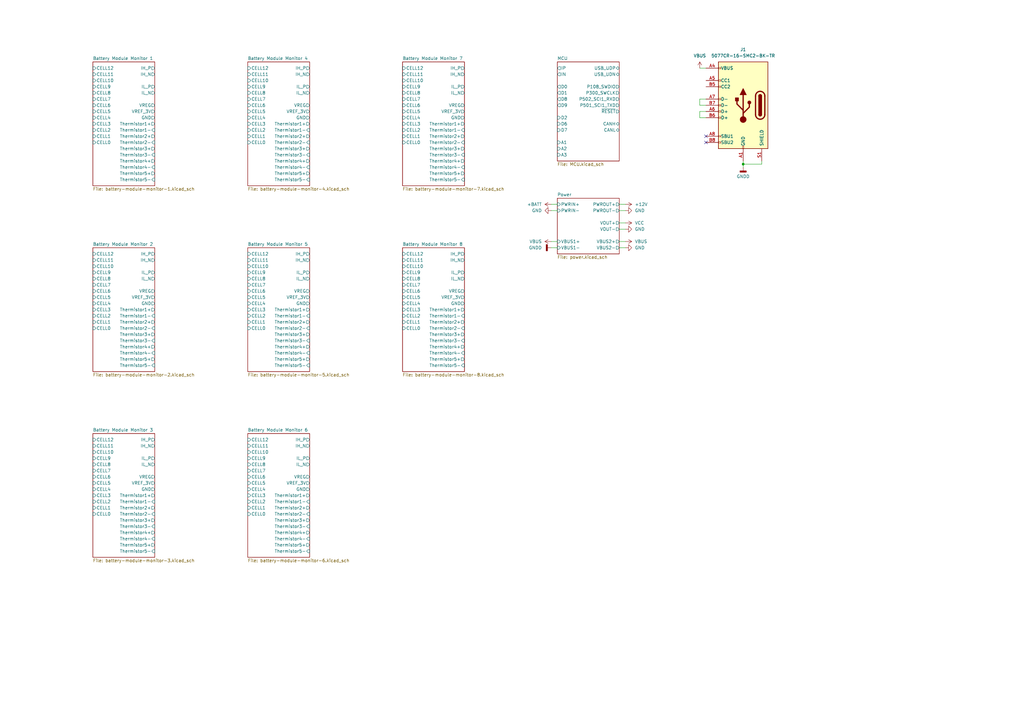
<source format=kicad_sch>
(kicad_sch (version 20230121) (generator eeschema)

  (uuid 3a719eb3-09ce-4343-8f6e-20cc0aaf5261)

  (paper "A3")

  (lib_symbols
    (symbol "ProjectEV:USB_C_Receptacle_5077CR-16-SMC2-BK-TR" (pin_names (offset 1.016)) (in_bom yes) (on_board yes)
      (property "Reference" "J" (at -10.16 19.05 0)
        (effects (font (size 1.27 1.27)) (justify left))
      )
      (property "Value" "5077CR-16-SMC2-BK-TR" (at 19.05 19.05 0)
        (effects (font (size 1.27 1.27)) (justify right))
      )
      (property "Footprint" "ProjectEV:USB_C_Receptacle_5077CR-16-SMC2-BK-TR" (at 3.81 0 0)
        (effects (font (size 1.27 1.27)) hide)
      )
      (property "Datasheet" "https://www.usb.org/sites/default/files/documents/usb_type-c.zip" (at 3.81 0 0)
        (effects (font (size 1.27 1.27)) hide)
      )
      (property "ki_keywords" "usb universal serial bus type-C USB2.0" (at 0 0 0)
        (effects (font (size 1.27 1.27)) hide)
      )
      (property "ki_description" "USB 2.0-only Type-C Receptacle connector" (at 0 0 0)
        (effects (font (size 1.27 1.27)) hide)
      )
      (property "ki_fp_filters" "USB*C*Receptacle*" (at 0 0 0)
        (effects (font (size 1.27 1.27)) hide)
      )
      (symbol "USB_C_Receptacle_5077CR-16-SMC2-BK-TR_0_0"
        (rectangle (start -0.254 -17.78) (end 0.254 -16.764)
          (stroke (width 0) (type default))
          (fill (type none))
        )
        (rectangle (start 10.16 -14.986) (end 9.144 -15.494)
          (stroke (width 0) (type default))
          (fill (type none))
        )
        (rectangle (start 10.16 -12.446) (end 9.144 -12.954)
          (stroke (width 0) (type default))
          (fill (type none))
        )
        (rectangle (start 10.16 -4.826) (end 9.144 -5.334)
          (stroke (width 0) (type default))
          (fill (type none))
        )
        (rectangle (start 10.16 -2.286) (end 9.144 -2.794)
          (stroke (width 0) (type default))
          (fill (type none))
        )
        (rectangle (start 10.16 0.254) (end 9.144 -0.254)
          (stroke (width 0) (type default))
          (fill (type none))
        )
        (rectangle (start 10.16 2.794) (end 9.144 2.286)
          (stroke (width 0) (type default))
          (fill (type none))
        )
        (rectangle (start 10.16 7.874) (end 9.144 7.366)
          (stroke (width 0) (type default))
          (fill (type none))
        )
        (rectangle (start 10.16 10.414) (end 9.144 9.906)
          (stroke (width 0) (type default))
          (fill (type none))
        )
        (rectangle (start 10.16 15.494) (end 9.144 14.986)
          (stroke (width 0) (type default))
          (fill (type none))
        )
      )
      (symbol "USB_C_Receptacle_5077CR-16-SMC2-BK-TR_0_1"
        (rectangle (start -10.16 17.78) (end 10.16 -17.78)
          (stroke (width 0.254) (type default))
          (fill (type background))
        )
        (arc (start -8.89 -3.81) (mid -6.985 -5.7067) (end -5.08 -3.81)
          (stroke (width 0.508) (type default))
          (fill (type none))
        )
        (arc (start -7.62 -3.81) (mid -6.985 -4.4423) (end -6.35 -3.81)
          (stroke (width 0.254) (type default))
          (fill (type none))
        )
        (arc (start -7.62 -3.81) (mid -6.985 -4.4423) (end -6.35 -3.81)
          (stroke (width 0.254) (type default))
          (fill (type outline))
        )
        (rectangle (start -7.62 -3.81) (end -6.35 3.81)
          (stroke (width 0.254) (type default))
          (fill (type outline))
        )
        (arc (start -6.35 3.81) (mid -6.985 4.4423) (end -7.62 3.81)
          (stroke (width 0.254) (type default))
          (fill (type none))
        )
        (arc (start -6.35 3.81) (mid -6.985 4.4423) (end -7.62 3.81)
          (stroke (width 0.254) (type default))
          (fill (type outline))
        )
        (arc (start -5.08 3.81) (mid -6.985 5.7067) (end -8.89 3.81)
          (stroke (width 0.508) (type default))
          (fill (type none))
        )
        (circle (center -2.54 1.143) (radius 0.635)
          (stroke (width 0.254) (type default))
          (fill (type outline))
        )
        (circle (center 0 -5.842) (radius 1.27)
          (stroke (width 0) (type default))
          (fill (type outline))
        )
        (polyline
          (pts
            (xy -8.89 -3.81)
            (xy -8.89 3.81)
          )
          (stroke (width 0.508) (type default))
          (fill (type none))
        )
        (polyline
          (pts
            (xy -5.08 3.81)
            (xy -5.08 -3.81)
          )
          (stroke (width 0.508) (type default))
          (fill (type none))
        )
        (polyline
          (pts
            (xy 0 -5.842)
            (xy 0 4.318)
          )
          (stroke (width 0.508) (type default))
          (fill (type none))
        )
        (polyline
          (pts
            (xy 0 -3.302)
            (xy -2.54 -0.762)
            (xy -2.54 0.508)
          )
          (stroke (width 0.508) (type default))
          (fill (type none))
        )
        (polyline
          (pts
            (xy 0 -2.032)
            (xy 2.54 0.508)
            (xy 2.54 1.778)
          )
          (stroke (width 0.508) (type default))
          (fill (type none))
        )
        (polyline
          (pts
            (xy -1.27 4.318)
            (xy 0 6.858)
            (xy 1.27 4.318)
            (xy -1.27 4.318)
          )
          (stroke (width 0.254) (type default))
          (fill (type outline))
        )
        (rectangle (start 1.905 1.778) (end 3.175 3.048)
          (stroke (width 0.254) (type default))
          (fill (type outline))
        )
      )
      (symbol "USB_C_Receptacle_5077CR-16-SMC2-BK-TR_1_1"
        (pin passive line (at 0 -22.86 90) (length 5.08)
          (name "GND" (effects (font (size 1.27 1.27))))
          (number "A1" (effects (font (size 1.27 1.27))))
        )
        (pin passive line (at 0 -22.86 90) (length 5.08) hide
          (name "GND" (effects (font (size 1.27 1.27))))
          (number "A12" (effects (font (size 1.27 1.27))))
        )
        (pin passive line (at 15.24 15.24 180) (length 5.08)
          (name "VBUS" (effects (font (size 1.27 1.27))))
          (number "A4" (effects (font (size 1.27 1.27))))
        )
        (pin bidirectional line (at 15.24 10.16 180) (length 5.08)
          (name "CC1" (effects (font (size 1.27 1.27))))
          (number "A5" (effects (font (size 1.27 1.27))))
        )
        (pin bidirectional line (at 15.24 -2.54 180) (length 5.08)
          (name "D+" (effects (font (size 1.27 1.27))))
          (number "A6" (effects (font (size 1.27 1.27))))
        )
        (pin bidirectional line (at 15.24 2.54 180) (length 5.08)
          (name "D-" (effects (font (size 1.27 1.27))))
          (number "A7" (effects (font (size 1.27 1.27))))
        )
        (pin bidirectional line (at 15.24 -12.7 180) (length 5.08)
          (name "SBU1" (effects (font (size 1.27 1.27))))
          (number "A8" (effects (font (size 1.27 1.27))))
        )
        (pin passive line (at 15.24 15.24 180) (length 5.08) hide
          (name "VBUS" (effects (font (size 1.27 1.27))))
          (number "A9" (effects (font (size 1.27 1.27))))
        )
        (pin passive line (at 0 -22.86 90) (length 5.08) hide
          (name "GND" (effects (font (size 1.27 1.27))))
          (number "B1" (effects (font (size 1.27 1.27))))
        )
        (pin passive line (at 0 -22.86 90) (length 5.08) hide
          (name "GND" (effects (font (size 1.27 1.27))))
          (number "B12" (effects (font (size 1.27 1.27))))
        )
        (pin passive line (at 15.24 15.24 180) (length 5.08) hide
          (name "VBUS" (effects (font (size 1.27 1.27))))
          (number "B4" (effects (font (size 1.27 1.27))))
        )
        (pin bidirectional line (at 15.24 7.62 180) (length 5.08)
          (name "CC2" (effects (font (size 1.27 1.27))))
          (number "B5" (effects (font (size 1.27 1.27))))
        )
        (pin bidirectional line (at 15.24 -5.08 180) (length 5.08)
          (name "D+" (effects (font (size 1.27 1.27))))
          (number "B6" (effects (font (size 1.27 1.27))))
        )
        (pin bidirectional line (at 15.24 0 180) (length 5.08)
          (name "D-" (effects (font (size 1.27 1.27))))
          (number "B7" (effects (font (size 1.27 1.27))))
        )
        (pin bidirectional line (at 15.24 -15.24 180) (length 5.08)
          (name "SBU2" (effects (font (size 1.27 1.27))))
          (number "B8" (effects (font (size 1.27 1.27))))
        )
        (pin passive line (at 15.24 15.24 180) (length 5.08) hide
          (name "VBUS" (effects (font (size 1.27 1.27))))
          (number "B9" (effects (font (size 1.27 1.27))))
        )
        (pin passive line (at -7.62 -22.86 90) (length 5.08)
          (name "SHIELD" (effects (font (size 1.27 1.27))))
          (number "S1" (effects (font (size 1.27 1.27))))
        )
      )
    )
    (symbol "ProjectEV:VBUS_ISO" (power) (pin_names (offset 0)) (in_bom yes) (on_board yes)
      (property "Reference" "#PWR" (at 0 -3.81 0)
        (effects (font (size 1.27 1.27)) hide)
      )
      (property "Value" "VBUS_ISO" (at 0 3.81 0)
        (effects (font (size 1.27 1.27)))
      )
      (property "Footprint" "" (at 0 0 0)
        (effects (font (size 1.27 1.27)) hide)
      )
      (property "Datasheet" "" (at 0 0 0)
        (effects (font (size 1.27 1.27)) hide)
      )
      (property "ki_keywords" "global power" (at 0 0 0)
        (effects (font (size 1.27 1.27)) hide)
      )
      (property "ki_description" "Power symbol creates a global label with name \"VBUS_ISO\"" (at 0 0 0)
        (effects (font (size 1.27 1.27)) hide)
      )
      (symbol "VBUS_ISO_0_1"
        (polyline
          (pts
            (xy -0.762 1.27)
            (xy 0 2.54)
          )
          (stroke (width 0) (type default))
          (fill (type none))
        )
        (polyline
          (pts
            (xy 0 0)
            (xy 0 2.54)
          )
          (stroke (width 0) (type default))
          (fill (type none))
        )
        (polyline
          (pts
            (xy 0 2.54)
            (xy 0.762 1.27)
          )
          (stroke (width 0) (type default))
          (fill (type none))
        )
      )
      (symbol "VBUS_ISO_1_1"
        (pin power_in line (at 0 0 90) (length 0) hide
          (name "VBUS" (effects (font (size 1.27 1.27))))
          (number "1" (effects (font (size 1.27 1.27))))
        )
      )
    )
    (symbol "power:+12V" (power) (pin_names (offset 0)) (in_bom yes) (on_board yes)
      (property "Reference" "#PWR" (at 0 -3.81 0)
        (effects (font (size 1.27 1.27)) hide)
      )
      (property "Value" "+12V" (at 0 3.556 0)
        (effects (font (size 1.27 1.27)))
      )
      (property "Footprint" "" (at 0 0 0)
        (effects (font (size 1.27 1.27)) hide)
      )
      (property "Datasheet" "" (at 0 0 0)
        (effects (font (size 1.27 1.27)) hide)
      )
      (property "ki_keywords" "global power" (at 0 0 0)
        (effects (font (size 1.27 1.27)) hide)
      )
      (property "ki_description" "Power symbol creates a global label with name \"+12V\"" (at 0 0 0)
        (effects (font (size 1.27 1.27)) hide)
      )
      (symbol "+12V_0_1"
        (polyline
          (pts
            (xy -0.762 1.27)
            (xy 0 2.54)
          )
          (stroke (width 0) (type default))
          (fill (type none))
        )
        (polyline
          (pts
            (xy 0 0)
            (xy 0 2.54)
          )
          (stroke (width 0) (type default))
          (fill (type none))
        )
        (polyline
          (pts
            (xy 0 2.54)
            (xy 0.762 1.27)
          )
          (stroke (width 0) (type default))
          (fill (type none))
        )
      )
      (symbol "+12V_1_1"
        (pin power_in line (at 0 0 90) (length 0) hide
          (name "+12V" (effects (font (size 1.27 1.27))))
          (number "1" (effects (font (size 1.27 1.27))))
        )
      )
    )
    (symbol "power:+BATT" (power) (pin_names (offset 0)) (in_bom yes) (on_board yes)
      (property "Reference" "#PWR" (at 0 -3.81 0)
        (effects (font (size 1.27 1.27)) hide)
      )
      (property "Value" "+BATT" (at 0 3.556 0)
        (effects (font (size 1.27 1.27)))
      )
      (property "Footprint" "" (at 0 0 0)
        (effects (font (size 1.27 1.27)) hide)
      )
      (property "Datasheet" "" (at 0 0 0)
        (effects (font (size 1.27 1.27)) hide)
      )
      (property "ki_keywords" "global power battery" (at 0 0 0)
        (effects (font (size 1.27 1.27)) hide)
      )
      (property "ki_description" "Power symbol creates a global label with name \"+BATT\"" (at 0 0 0)
        (effects (font (size 1.27 1.27)) hide)
      )
      (symbol "+BATT_0_1"
        (polyline
          (pts
            (xy -0.762 1.27)
            (xy 0 2.54)
          )
          (stroke (width 0) (type default))
          (fill (type none))
        )
        (polyline
          (pts
            (xy 0 0)
            (xy 0 2.54)
          )
          (stroke (width 0) (type default))
          (fill (type none))
        )
        (polyline
          (pts
            (xy 0 2.54)
            (xy 0.762 1.27)
          )
          (stroke (width 0) (type default))
          (fill (type none))
        )
      )
      (symbol "+BATT_1_1"
        (pin power_in line (at 0 0 90) (length 0) hide
          (name "+BATT" (effects (font (size 1.27 1.27))))
          (number "1" (effects (font (size 1.27 1.27))))
        )
      )
    )
    (symbol "power:GND" (power) (pin_names (offset 0)) (in_bom yes) (on_board yes)
      (property "Reference" "#PWR" (at 0 -6.35 0)
        (effects (font (size 1.27 1.27)) hide)
      )
      (property "Value" "GND" (at 0 -3.81 0)
        (effects (font (size 1.27 1.27)))
      )
      (property "Footprint" "" (at 0 0 0)
        (effects (font (size 1.27 1.27)) hide)
      )
      (property "Datasheet" "" (at 0 0 0)
        (effects (font (size 1.27 1.27)) hide)
      )
      (property "ki_keywords" "global power" (at 0 0 0)
        (effects (font (size 1.27 1.27)) hide)
      )
      (property "ki_description" "Power symbol creates a global label with name \"GND\" , ground" (at 0 0 0)
        (effects (font (size 1.27 1.27)) hide)
      )
      (symbol "GND_0_1"
        (polyline
          (pts
            (xy 0 0)
            (xy 0 -1.27)
            (xy 1.27 -1.27)
            (xy 0 -2.54)
            (xy -1.27 -1.27)
            (xy 0 -1.27)
          )
          (stroke (width 0) (type default))
          (fill (type none))
        )
      )
      (symbol "GND_1_1"
        (pin power_in line (at 0 0 270) (length 0) hide
          (name "GND" (effects (font (size 1.27 1.27))))
          (number "1" (effects (font (size 1.27 1.27))))
        )
      )
    )
    (symbol "power:GNDD" (power) (pin_names (offset 0)) (in_bom yes) (on_board yes)
      (property "Reference" "#PWR" (at 0 -6.35 0)
        (effects (font (size 1.27 1.27)) hide)
      )
      (property "Value" "GNDD" (at 0 -3.175 0)
        (effects (font (size 1.27 1.27)))
      )
      (property "Footprint" "" (at 0 0 0)
        (effects (font (size 1.27 1.27)) hide)
      )
      (property "Datasheet" "" (at 0 0 0)
        (effects (font (size 1.27 1.27)) hide)
      )
      (property "ki_keywords" "global power" (at 0 0 0)
        (effects (font (size 1.27 1.27)) hide)
      )
      (property "ki_description" "Power symbol creates a global label with name \"GNDD\" , digital ground" (at 0 0 0)
        (effects (font (size 1.27 1.27)) hide)
      )
      (symbol "GNDD_0_1"
        (rectangle (start -1.27 -1.524) (end 1.27 -2.032)
          (stroke (width 0.254) (type default))
          (fill (type outline))
        )
        (polyline
          (pts
            (xy 0 0)
            (xy 0 -1.524)
          )
          (stroke (width 0) (type default))
          (fill (type none))
        )
      )
      (symbol "GNDD_1_1"
        (pin power_in line (at 0 0 270) (length 0) hide
          (name "GNDD" (effects (font (size 1.27 1.27))))
          (number "1" (effects (font (size 1.27 1.27))))
        )
      )
    )
    (symbol "power:VBUS" (power) (pin_names (offset 0)) (in_bom yes) (on_board yes)
      (property "Reference" "#PWR" (at 0 -3.81 0)
        (effects (font (size 1.27 1.27)) hide)
      )
      (property "Value" "VBUS" (at 0 3.81 0)
        (effects (font (size 1.27 1.27)))
      )
      (property "Footprint" "" (at 0 0 0)
        (effects (font (size 1.27 1.27)) hide)
      )
      (property "Datasheet" "" (at 0 0 0)
        (effects (font (size 1.27 1.27)) hide)
      )
      (property "ki_keywords" "global power" (at 0 0 0)
        (effects (font (size 1.27 1.27)) hide)
      )
      (property "ki_description" "Power symbol creates a global label with name \"VBUS\"" (at 0 0 0)
        (effects (font (size 1.27 1.27)) hide)
      )
      (symbol "VBUS_0_1"
        (polyline
          (pts
            (xy -0.762 1.27)
            (xy 0 2.54)
          )
          (stroke (width 0) (type default))
          (fill (type none))
        )
        (polyline
          (pts
            (xy 0 0)
            (xy 0 2.54)
          )
          (stroke (width 0) (type default))
          (fill (type none))
        )
        (polyline
          (pts
            (xy 0 2.54)
            (xy 0.762 1.27)
          )
          (stroke (width 0) (type default))
          (fill (type none))
        )
      )
      (symbol "VBUS_1_1"
        (pin power_in line (at 0 0 90) (length 0) hide
          (name "VBUS" (effects (font (size 1.27 1.27))))
          (number "1" (effects (font (size 1.27 1.27))))
        )
      )
    )
    (symbol "power:VCC" (power) (pin_names (offset 0)) (in_bom yes) (on_board yes)
      (property "Reference" "#PWR" (at 0 -3.81 0)
        (effects (font (size 1.27 1.27)) hide)
      )
      (property "Value" "VCC" (at 0 3.81 0)
        (effects (font (size 1.27 1.27)))
      )
      (property "Footprint" "" (at 0 0 0)
        (effects (font (size 1.27 1.27)) hide)
      )
      (property "Datasheet" "" (at 0 0 0)
        (effects (font (size 1.27 1.27)) hide)
      )
      (property "ki_keywords" "global power" (at 0 0 0)
        (effects (font (size 1.27 1.27)) hide)
      )
      (property "ki_description" "Power symbol creates a global label with name \"VCC\"" (at 0 0 0)
        (effects (font (size 1.27 1.27)) hide)
      )
      (symbol "VCC_0_1"
        (polyline
          (pts
            (xy -0.762 1.27)
            (xy 0 2.54)
          )
          (stroke (width 0) (type default))
          (fill (type none))
        )
        (polyline
          (pts
            (xy 0 0)
            (xy 0 2.54)
          )
          (stroke (width 0) (type default))
          (fill (type none))
        )
        (polyline
          (pts
            (xy 0 2.54)
            (xy 0.762 1.27)
          )
          (stroke (width 0) (type default))
          (fill (type none))
        )
      )
      (symbol "VCC_1_1"
        (pin power_in line (at 0 0 90) (length 0) hide
          (name "VCC" (effects (font (size 1.27 1.27))))
          (number "1" (effects (font (size 1.27 1.27))))
        )
      )
    )
  )

  (junction (at 304.8 67.31) (diameter 0) (color 0 0 0 0)
    (uuid ddf2f112-7797-4be0-aefa-2e4720b15442)
  )

  (no_connect (at 289.56 55.88) (uuid 2ab6be49-34fc-4844-aa14-dced5629d008))
  (no_connect (at 289.56 58.42) (uuid cb26b1f7-f7cf-446e-bbd5-9ffd3b27b98c))

  (wire (pts (xy 254 101.6) (xy 256.54 101.6))
    (stroke (width 0) (type default))
    (uuid 084e0d37-be0c-4189-ad3e-beb0f71eda66)
  )
  (wire (pts (xy 254 99.06) (xy 256.54 99.06))
    (stroke (width 0) (type default))
    (uuid 19384348-869d-4071-bcac-41d5473aa892)
  )
  (wire (pts (xy 289.56 40.64) (xy 287.02 40.64))
    (stroke (width 0) (type default))
    (uuid 1b59e347-f0bc-47a1-a33d-c355379d0ef1)
  )
  (wire (pts (xy 289.56 45.72) (xy 287.02 45.72))
    (stroke (width 0) (type default))
    (uuid 1cff7991-7c3f-4655-9991-7573a347efd4)
  )
  (wire (pts (xy 226.06 101.6) (xy 228.6 101.6))
    (stroke (width 0) (type default))
    (uuid 478a7732-222d-42b6-842f-2a5b91f5618a)
  )
  (wire (pts (xy 287.02 43.18) (xy 289.56 43.18))
    (stroke (width 0) (type default))
    (uuid 47f320ee-7c71-41a8-a506-016f6715f1a6)
  )
  (wire (pts (xy 304.8 66.04) (xy 304.8 67.31))
    (stroke (width 0) (type default))
    (uuid 63d10f98-b4bc-4280-8654-e2b7713f3405)
  )
  (wire (pts (xy 254 93.98) (xy 256.54 93.98))
    (stroke (width 0) (type default))
    (uuid 728aaedf-84bd-4ab8-ba41-55935253b1d0)
  )
  (wire (pts (xy 287.02 40.64) (xy 287.02 43.18))
    (stroke (width 0) (type default))
    (uuid 956f0db0-01e8-42f0-8197-5ba1020c06ee)
  )
  (wire (pts (xy 226.06 83.82) (xy 228.6 83.82))
    (stroke (width 0) (type default))
    (uuid 96dea2ed-94c2-4d7f-85fd-54450fdaab18)
  )
  (wire (pts (xy 254 86.36) (xy 256.54 86.36))
    (stroke (width 0) (type default))
    (uuid a1334ee7-18d9-49de-8f4d-b8ceec46c6d9)
  )
  (wire (pts (xy 226.06 86.36) (xy 228.6 86.36))
    (stroke (width 0) (type default))
    (uuid a88dcf89-39a5-427d-9728-31ded5009684)
  )
  (wire (pts (xy 289.56 27.94) (xy 287.02 27.94))
    (stroke (width 0) (type default))
    (uuid ae2d30cc-010b-4d53-8a0c-c7e3008e75b3)
  )
  (wire (pts (xy 304.8 67.31) (xy 312.42 67.31))
    (stroke (width 0) (type default))
    (uuid b6be5513-e1f5-47f7-a041-efba81714afb)
  )
  (wire (pts (xy 254 83.82) (xy 256.54 83.82))
    (stroke (width 0) (type default))
    (uuid c7dbd6b1-a942-442a-9a65-5fbe2602c7d6)
  )
  (wire (pts (xy 287.02 48.26) (xy 289.56 48.26))
    (stroke (width 0) (type default))
    (uuid cd4b32ff-ccfb-44eb-9ec2-1c42723230f8)
  )
  (wire (pts (xy 312.42 67.31) (xy 312.42 66.04))
    (stroke (width 0) (type default))
    (uuid d0510765-fd53-4154-98a9-ecbea1938a90)
  )
  (wire (pts (xy 304.8 67.31) (xy 304.8 68.58))
    (stroke (width 0) (type default))
    (uuid ee5b6926-ddc4-49c3-a859-e4cbd77fd897)
  )
  (wire (pts (xy 254 91.44) (xy 256.54 91.44))
    (stroke (width 0) (type default))
    (uuid f9879c62-7142-4cdc-b525-c24f7da86cfb)
  )
  (wire (pts (xy 287.02 45.72) (xy 287.02 48.26))
    (stroke (width 0) (type default))
    (uuid fa4717f4-2b6f-4f4c-b353-d7bb8f8d6207)
  )
  (wire (pts (xy 226.06 99.06) (xy 228.6 99.06))
    (stroke (width 0) (type default))
    (uuid ffa4fb2d-90eb-4f95-abed-385e3009dcdc)
  )

  (symbol (lib_id "power:GND") (at 226.06 86.36 270) (unit 1)
    (in_bom yes) (on_board yes) (dnp no) (fields_autoplaced)
    (uuid 0f48c7e8-2ed8-4d5c-a5b5-dcdfa2dec272)
    (property "Reference" "#PWR02" (at 219.71 86.36 0)
      (effects (font (size 1.27 1.27)) hide)
    )
    (property "Value" "GND" (at 222.25 86.36 90)
      (effects (font (size 1.27 1.27)) (justify right))
    )
    (property "Footprint" "" (at 226.06 86.36 0)
      (effects (font (size 1.27 1.27)) hide)
    )
    (property "Datasheet" "" (at 226.06 86.36 0)
      (effects (font (size 1.27 1.27)) hide)
    )
    (pin "1" (uuid b2ca0b53-0f2a-4c53-94a1-8c6328e9eeaf))
    (instances
      (project "AMS-board-2024"
        (path "/3a719eb3-09ce-4343-8f6e-20cc0aaf5261"
          (reference "#PWR02") (unit 1)
        )
      )
    )
  )

  (symbol (lib_id "power:GND") (at 256.54 101.6 90) (unit 1)
    (in_bom yes) (on_board yes) (dnp no) (fields_autoplaced)
    (uuid 16218cc0-8c57-413d-95b9-c99c164ae565)
    (property "Reference" "#PWR0384" (at 262.89 101.6 0)
      (effects (font (size 1.27 1.27)) hide)
    )
    (property "Value" "GND" (at 260.35 101.6 90)
      (effects (font (size 1.27 1.27)) (justify right))
    )
    (property "Footprint" "" (at 256.54 101.6 0)
      (effects (font (size 1.27 1.27)) hide)
    )
    (property "Datasheet" "" (at 256.54 101.6 0)
      (effects (font (size 1.27 1.27)) hide)
    )
    (pin "1" (uuid b299741f-52da-48d2-b06e-41cb510f01f7))
    (instances
      (project "AMS-board-2024"
        (path "/3a719eb3-09ce-4343-8f6e-20cc0aaf5261"
          (reference "#PWR0384") (unit 1)
        )
      )
    )
  )

  (symbol (lib_id "power:GNDD") (at 304.8 68.58 0) (unit 1)
    (in_bom yes) (on_board yes) (dnp no) (fields_autoplaced)
    (uuid 1fe0bf99-1370-453f-8ef6-005d22e887cc)
    (property "Reference" "#PWR0383" (at 304.8 74.93 0)
      (effects (font (size 1.27 1.27)) hide)
    )
    (property "Value" "GNDD" (at 304.8 72.39 0)
      (effects (font (size 1.27 1.27)))
    )
    (property "Footprint" "" (at 304.8 68.58 0)
      (effects (font (size 1.27 1.27)) hide)
    )
    (property "Datasheet" "" (at 304.8 68.58 0)
      (effects (font (size 1.27 1.27)) hide)
    )
    (pin "1" (uuid e6b969f8-d813-4868-861e-4f8021c96f69))
    (instances
      (project "AMS-board-2024"
        (path "/3a719eb3-09ce-4343-8f6e-20cc0aaf5261"
          (reference "#PWR0383") (unit 1)
        )
      )
    )
  )

  (symbol (lib_id "power:VCC") (at 256.54 91.44 270) (unit 1)
    (in_bom yes) (on_board yes) (dnp no) (fields_autoplaced)
    (uuid 3a267647-f726-428e-a541-59f8faf7448b)
    (property "Reference" "#PWR07" (at 252.73 91.44 0)
      (effects (font (size 1.27 1.27)) hide)
    )
    (property "Value" "VCC" (at 260.35 91.44 90)
      (effects (font (size 1.27 1.27)) (justify left))
    )
    (property "Footprint" "" (at 256.54 91.44 0)
      (effects (font (size 1.27 1.27)) hide)
    )
    (property "Datasheet" "" (at 256.54 91.44 0)
      (effects (font (size 1.27 1.27)) hide)
    )
    (pin "1" (uuid 18142a78-d0f7-4b72-90d4-2b56ddffd717))
    (instances
      (project "AMS-board-2024"
        (path "/3a719eb3-09ce-4343-8f6e-20cc0aaf5261"
          (reference "#PWR07") (unit 1)
        )
      )
    )
  )

  (symbol (lib_id "power:VBUS") (at 287.02 27.94 0) (mirror y) (unit 1)
    (in_bom yes) (on_board yes) (dnp no) (fields_autoplaced)
    (uuid 50c15b76-6785-4341-ba11-7cf9f733cf67)
    (property "Reference" "#PWR010" (at 287.02 31.75 0)
      (effects (font (size 1.27 1.27)) hide)
    )
    (property "Value" "VBUS" (at 287.02 22.86 0)
      (effects (font (size 1.27 1.27)))
    )
    (property "Footprint" "" (at 287.02 27.94 0)
      (effects (font (size 1.27 1.27)) hide)
    )
    (property "Datasheet" "" (at 287.02 27.94 0)
      (effects (font (size 1.27 1.27)) hide)
    )
    (pin "1" (uuid 8e6a5e0d-764e-42b5-810c-479806df1e83))
    (instances
      (project "AMS-board-2024"
        (path "/3a719eb3-09ce-4343-8f6e-20cc0aaf5261"
          (reference "#PWR010") (unit 1)
        )
      )
    )
  )

  (symbol (lib_id "power:+12V") (at 256.54 83.82 270) (unit 1)
    (in_bom yes) (on_board yes) (dnp no) (fields_autoplaced)
    (uuid 59760757-7442-42ed-9ff8-8d7b552be575)
    (property "Reference" "#PWR05" (at 252.73 83.82 0)
      (effects (font (size 1.27 1.27)) hide)
    )
    (property "Value" "+12V" (at 260.35 83.82 90)
      (effects (font (size 1.27 1.27)) (justify left))
    )
    (property "Footprint" "" (at 256.54 83.82 0)
      (effects (font (size 1.27 1.27)) hide)
    )
    (property "Datasheet" "" (at 256.54 83.82 0)
      (effects (font (size 1.27 1.27)) hide)
    )
    (pin "1" (uuid e5878cd3-d18f-4f22-ae42-14ae43c00f1c))
    (instances
      (project "AMS-board-2024"
        (path "/3a719eb3-09ce-4343-8f6e-20cc0aaf5261"
          (reference "#PWR05") (unit 1)
        )
      )
    )
  )

  (symbol (lib_id "ProjectEV:USB_C_Receptacle_5077CR-16-SMC2-BK-TR") (at 304.8 43.18 0) (mirror y) (unit 1)
    (in_bom yes) (on_board yes) (dnp no)
    (uuid 9039a453-23f6-4833-b2b0-cc76e24c18f1)
    (property "Reference" "J1" (at 304.8 20.32 0)
      (effects (font (size 1.27 1.27)))
    )
    (property "Value" "5077CR-16-SMC2-BK-TR" (at 304.8 22.86 0)
      (effects (font (size 1.27 1.27)))
    )
    (property "Footprint" "ProjectEV:USB_C_Receptacle_5077CR-16-SMC2-BK-TR" (at 300.99 43.18 0)
      (effects (font (size 1.27 1.27)) hide)
    )
    (property "Datasheet" "https://www.usb.org/sites/default/files/documents/usb_type-c.zip" (at 300.99 43.18 0)
      (effects (font (size 1.27 1.27)) hide)
    )
    (pin "B1" (uuid 5e79994c-fcbd-4b59-ba2b-3db333dec73c))
    (pin "S1" (uuid 24f13b80-c2e7-4ceb-a618-d0414b6b57ee))
    (pin "B12" (uuid 542f3c5f-f9bd-4193-8e5e-472460c2b98b))
    (pin "B9" (uuid 54345094-627b-4f33-aed5-ec922dde413b))
    (pin "B6" (uuid 48562c2c-95ea-4c3d-ae9b-aebef00eefb8))
    (pin "A4" (uuid fc3c48ae-52b4-4604-8cb9-4f3106f1b910))
    (pin "A6" (uuid 3987b5ee-755a-449a-8500-d9503ae57286))
    (pin "A12" (uuid db2c82f1-359e-4646-98da-f07910ab83d5))
    (pin "B5" (uuid c80fcf99-bc6f-440a-b590-3da958c9b6e5))
    (pin "A8" (uuid 972145f2-0b6b-4c2c-ba1b-cea97cd85e55))
    (pin "B4" (uuid e6382cdc-efcc-4676-a891-f920d8c6733d))
    (pin "B7" (uuid f0062d77-cfc9-4669-ab01-d7dd872c230b))
    (pin "A1" (uuid 6f80f687-02d5-43d0-8b35-a9a70349208c))
    (pin "B8" (uuid c407136d-86d2-48c5-9193-6700220a3cd9))
    (pin "A7" (uuid 0c89b127-a820-40f4-8131-eaa853bf21f6))
    (pin "A5" (uuid 177aed97-9699-489d-8646-6ecad49f0be0))
    (pin "A9" (uuid 93abfb2d-4e18-4f13-80b8-28b9298ab0a7))
    (instances
      (project "AMS-board-2024"
        (path "/3a719eb3-09ce-4343-8f6e-20cc0aaf5261"
          (reference "J1") (unit 1)
        )
      )
    )
  )

  (symbol (lib_id "power:+BATT") (at 226.06 83.82 90) (unit 1)
    (in_bom yes) (on_board yes) (dnp no) (fields_autoplaced)
    (uuid 9796c0fc-370b-42d6-b03a-bb2e19e0c8aa)
    (property "Reference" "#PWR01" (at 229.87 83.82 0)
      (effects (font (size 1.27 1.27)) hide)
    )
    (property "Value" "+BATT" (at 222.25 83.82 90)
      (effects (font (size 1.27 1.27)) (justify left))
    )
    (property "Footprint" "" (at 226.06 83.82 0)
      (effects (font (size 1.27 1.27)) hide)
    )
    (property "Datasheet" "" (at 226.06 83.82 0)
      (effects (font (size 1.27 1.27)) hide)
    )
    (pin "1" (uuid 43f3dfb9-4363-491c-beb2-dd127bddb2e4))
    (instances
      (project "AMS-board-2024"
        (path "/3a719eb3-09ce-4343-8f6e-20cc0aaf5261"
          (reference "#PWR01") (unit 1)
        )
      )
    )
  )

  (symbol (lib_id "power:GNDD") (at 226.06 101.6 270) (unit 1)
    (in_bom yes) (on_board yes) (dnp no) (fields_autoplaced)
    (uuid a6fef0aa-4f3e-4be7-b31e-2dfbf1376fcf)
    (property "Reference" "#PWR04" (at 219.71 101.6 0)
      (effects (font (size 1.27 1.27)) hide)
    )
    (property "Value" "GNDD" (at 222.25 101.6 90)
      (effects (font (size 1.27 1.27)) (justify right))
    )
    (property "Footprint" "" (at 226.06 101.6 0)
      (effects (font (size 1.27 1.27)) hide)
    )
    (property "Datasheet" "" (at 226.06 101.6 0)
      (effects (font (size 1.27 1.27)) hide)
    )
    (pin "1" (uuid 3c551544-1365-465c-a75d-e2dc6faf6cf0))
    (instances
      (project "AMS-board-2024"
        (path "/3a719eb3-09ce-4343-8f6e-20cc0aaf5261"
          (reference "#PWR04") (unit 1)
        )
      )
    )
  )

  (symbol (lib_id "power:GND") (at 256.54 93.98 90) (unit 1)
    (in_bom yes) (on_board yes) (dnp no) (fields_autoplaced)
    (uuid af4403cb-f964-4fc0-83e7-4f2dd9b2c81a)
    (property "Reference" "#PWR08" (at 262.89 93.98 0)
      (effects (font (size 1.27 1.27)) hide)
    )
    (property "Value" "GND" (at 260.35 93.98 90)
      (effects (font (size 1.27 1.27)) (justify right))
    )
    (property "Footprint" "" (at 256.54 93.98 0)
      (effects (font (size 1.27 1.27)) hide)
    )
    (property "Datasheet" "" (at 256.54 93.98 0)
      (effects (font (size 1.27 1.27)) hide)
    )
    (pin "1" (uuid ed1d79e7-f8a4-42ef-81d2-f12fdb51d69e))
    (instances
      (project "AMS-board-2024"
        (path "/3a719eb3-09ce-4343-8f6e-20cc0aaf5261"
          (reference "#PWR08") (unit 1)
        )
      )
    )
  )

  (symbol (lib_id "power:VBUS") (at 226.06 99.06 90) (unit 1)
    (in_bom yes) (on_board yes) (dnp no) (fields_autoplaced)
    (uuid f081d307-6b24-4e41-8440-01931c3aa645)
    (property "Reference" "#PWR03" (at 229.87 99.06 0)
      (effects (font (size 1.27 1.27)) hide)
    )
    (property "Value" "VBUS" (at 222.25 99.06 90)
      (effects (font (size 1.27 1.27)) (justify left))
    )
    (property "Footprint" "" (at 226.06 99.06 0)
      (effects (font (size 1.27 1.27)) hide)
    )
    (property "Datasheet" "" (at 226.06 99.06 0)
      (effects (font (size 1.27 1.27)) hide)
    )
    (pin "1" (uuid a0ae17ee-7ac6-4861-8660-a6ebed1753f1))
    (instances
      (project "AMS-board-2024"
        (path "/3a719eb3-09ce-4343-8f6e-20cc0aaf5261"
          (reference "#PWR03") (unit 1)
        )
      )
    )
  )

  (symbol (lib_id "power:GND") (at 256.54 86.36 90) (unit 1)
    (in_bom yes) (on_board yes) (dnp no) (fields_autoplaced)
    (uuid f70eae23-75c9-4948-95cf-9ec209c81e05)
    (property "Reference" "#PWR06" (at 262.89 86.36 0)
      (effects (font (size 1.27 1.27)) hide)
    )
    (property "Value" "GND" (at 260.35 86.36 90)
      (effects (font (size 1.27 1.27)) (justify right))
    )
    (property "Footprint" "" (at 256.54 86.36 0)
      (effects (font (size 1.27 1.27)) hide)
    )
    (property "Datasheet" "" (at 256.54 86.36 0)
      (effects (font (size 1.27 1.27)) hide)
    )
    (pin "1" (uuid 271931cc-5fef-4aa6-afeb-82bfde05ccb8))
    (instances
      (project "AMS-board-2024"
        (path "/3a719eb3-09ce-4343-8f6e-20cc0aaf5261"
          (reference "#PWR06") (unit 1)
        )
      )
    )
  )

  (symbol (lib_id "ProjectEV:VBUS_ISO") (at 256.54 99.06 270) (unit 1)
    (in_bom yes) (on_board yes) (dnp no) (fields_autoplaced)
    (uuid ff3b8e80-6dad-4fee-851a-0503cf68481c)
    (property "Reference" "#PWR09" (at 252.73 99.06 0)
      (effects (font (size 1.27 1.27)) hide)
    )
    (property "Value" "VBUS_ISO" (at 260.35 99.06 90)
      (effects (font (size 1.27 1.27)) (justify left))
    )
    (property "Footprint" "" (at 256.54 99.06 0)
      (effects (font (size 1.27 1.27)) hide)
    )
    (property "Datasheet" "" (at 256.54 99.06 0)
      (effects (font (size 1.27 1.27)) hide)
    )
    (pin "1" (uuid 3bf7cdf8-4a4a-44fb-9722-ec337ccd5704))
    (instances
      (project "AMS-board-2024"
        (path "/3a719eb3-09ce-4343-8f6e-20cc0aaf5261"
          (reference "#PWR09") (unit 1)
        )
      )
    )
  )

  (sheet (at 101.6 101.6) (size 25.4 50.8) (fields_autoplaced)
    (stroke (width 0.1524) (type solid))
    (fill (color 0 0 0 0.0000))
    (uuid 05d6ad3e-cff9-48e6-bf87-71a8eb2b1b95)
    (property "Sheetname" "Battery Module Monitor 5" (at 101.6 100.8884 0)
      (effects (font (size 1.27 1.27)) (justify left bottom))
    )
    (property "Sheetfile" "battery-module-monitor-5.kicad_sch" (at 101.6 152.9846 0)
      (effects (font (size 1.27 1.27)) (justify left top))
    )
    (pin "CELL7" input (at 101.6 116.84 180)
      (effects (font (size 1.27 1.27)) (justify left))
      (uuid 18edd2e0-6b34-44d6-a65f-b2ccbab264fa)
    )
    (pin "CELL8" input (at 101.6 114.3 180)
      (effects (font (size 1.27 1.27)) (justify left))
      (uuid 8e3ebb13-53e1-4e59-ba3c-66474af4e34a)
    )
    (pin "CELL9" input (at 101.6 111.76 180)
      (effects (font (size 1.27 1.27)) (justify left))
      (uuid 66d19bb1-d60d-4257-8780-03854a8e112e)
    )
    (pin "CELL6" input (at 101.6 119.38 180)
      (effects (font (size 1.27 1.27)) (justify left))
      (uuid 24a27a67-95fb-4038-9571-b7c4f23edd59)
    )
    (pin "CELL5" input (at 101.6 121.92 180)
      (effects (font (size 1.27 1.27)) (justify left))
      (uuid a22876a1-d32d-4368-8f11-5abf87d508e4)
    )
    (pin "IL_P" output (at 127 111.76 0)
      (effects (font (size 1.27 1.27)) (justify right))
      (uuid 8129b3aa-9d0c-4087-8edd-b74b148533fc)
    )
    (pin "IL_N" output (at 127 114.3 0)
      (effects (font (size 1.27 1.27)) (justify right))
      (uuid 501aae3f-aeab-4ddc-b8e8-23aeb9b8c832)
    )
    (pin "Thermistor1-" input (at 127 129.54 0)
      (effects (font (size 1.27 1.27)) (justify right))
      (uuid 9ef13185-1997-4226-b3a4-c9d2102aa263)
    )
    (pin "Thermistor2-" input (at 127 134.62 0)
      (effects (font (size 1.27 1.27)) (justify right))
      (uuid 6ad1284c-64cb-489d-9899-ba2dd47cb160)
    )
    (pin "Thermistor2+" output (at 127 132.08 0)
      (effects (font (size 1.27 1.27)) (justify right))
      (uuid 526f89a6-1fa3-44e4-a2f4-23b6b89198bf)
    )
    (pin "Thermistor1+" output (at 127 127 0)
      (effects (font (size 1.27 1.27)) (justify right))
      (uuid bc258d05-d3ab-4f8b-a506-83586c014700)
    )
    (pin "Thermistor5-" input (at 127 149.86 0)
      (effects (font (size 1.27 1.27)) (justify right))
      (uuid 0ee93bdb-d37e-4a16-b19f-25fbbe737412)
    )
    (pin "Thermistor5+" output (at 127 147.32 0)
      (effects (font (size 1.27 1.27)) (justify right))
      (uuid 5f10ff20-ef91-4efe-b64e-e8c6303997b4)
    )
    (pin "Thermistor4-" input (at 127 144.78 0)
      (effects (font (size 1.27 1.27)) (justify right))
      (uuid 846a114e-64dc-4dc4-9af4-2755ab249c77)
    )
    (pin "Thermistor3-" input (at 127 139.7 0)
      (effects (font (size 1.27 1.27)) (justify right))
      (uuid 41104150-59c1-46e5-970a-9207fe79bf5b)
    )
    (pin "Thermistor4+" output (at 127 142.24 0)
      (effects (font (size 1.27 1.27)) (justify right))
      (uuid ff31395a-22e2-4608-abbb-a32c3b3a5a4b)
    )
    (pin "Thermistor3+" output (at 127 137.16 0)
      (effects (font (size 1.27 1.27)) (justify right))
      (uuid a620fa1f-ed2f-4a66-a418-79b7ee3144aa)
    )
    (pin "IH_N" output (at 127 106.68 0)
      (effects (font (size 1.27 1.27)) (justify right))
      (uuid 1465e79d-a770-4df0-af9d-8224a4e8ad5f)
    )
    (pin "IH_P" output (at 127 104.14 0)
      (effects (font (size 1.27 1.27)) (justify right))
      (uuid 919ddcd3-f6bc-4eff-b192-0d5594d9f68b)
    )
    (pin "CELL0" input (at 101.6 134.62 180)
      (effects (font (size 1.27 1.27)) (justify left))
      (uuid 7856b686-e0cf-4391-8612-c1348f540ab2)
    )
    (pin "CELL2" input (at 101.6 129.54 180)
      (effects (font (size 1.27 1.27)) (justify left))
      (uuid 99d758dd-651b-4300-9342-eb7ca20cb136)
    )
    (pin "CELL1" input (at 101.6 132.08 180)
      (effects (font (size 1.27 1.27)) (justify left))
      (uuid d0dd88e3-5688-4e56-af92-3c1e51e7f98e)
    )
    (pin "CELL4" input (at 101.6 124.46 180)
      (effects (font (size 1.27 1.27)) (justify left))
      (uuid 2c9a9451-d4aa-4ff1-8f00-f6290e6b29c5)
    )
    (pin "CELL3" input (at 101.6 127 180)
      (effects (font (size 1.27 1.27)) (justify left))
      (uuid 7e6627a7-a868-4688-b8b6-28f4446e3c10)
    )
    (pin "CELL11" input (at 101.6 106.68 180)
      (effects (font (size 1.27 1.27)) (justify left))
      (uuid 47b324b4-5205-45cf-98a7-e25028b70ff3)
    )
    (pin "CELL12" input (at 101.6 104.14 180)
      (effects (font (size 1.27 1.27)) (justify left))
      (uuid 7448080a-d264-486d-8c20-b45ac5280a6a)
    )
    (pin "CELL10" input (at 101.6 109.22 180)
      (effects (font (size 1.27 1.27)) (justify left))
      (uuid e75f25c0-25dc-4787-92ff-fbfb45e5d509)
    )
    (pin "GND" output (at 127 124.46 0)
      (effects (font (size 1.27 1.27)) (justify right))
      (uuid 01665025-bc3d-4a97-856e-101b806022b1)
    )
    (pin "VREG" output (at 127 119.38 0)
      (effects (font (size 1.27 1.27)) (justify right))
      (uuid 31a5739a-af94-4bc8-a22d-fbc3cbb408f4)
    )
    (pin "VREF_3V" output (at 127 121.92 0)
      (effects (font (size 1.27 1.27)) (justify right))
      (uuid 6ce05e94-a1eb-4f85-bb2e-07c36975af9d)
    )
    (instances
      (project "AMS-board-2024"
        (path "/3a719eb3-09ce-4343-8f6e-20cc0aaf5261" (page "6"))
      )
    )
  )

  (sheet (at 38.1 177.8) (size 25.4 50.8) (fields_autoplaced)
    (stroke (width 0.1524) (type solid))
    (fill (color 0 0 0 0.0000))
    (uuid 1e87e362-5c61-4f39-a903-ecfc3a14ee8d)
    (property "Sheetname" "Battery Module Monitor 3" (at 38.1 177.0884 0)
      (effects (font (size 1.27 1.27)) (justify left bottom))
    )
    (property "Sheetfile" "battery-module-monitor-3.kicad_sch" (at 38.1 229.1846 0)
      (effects (font (size 1.27 1.27)) (justify left top))
    )
    (pin "Thermistor1+" output (at 63.5 203.2 0)
      (effects (font (size 1.27 1.27)) (justify right))
      (uuid b412b8f7-fbfd-4268-9811-b42079e644ef)
    )
    (pin "Thermistor1-" input (at 63.5 205.74 0)
      (effects (font (size 1.27 1.27)) (justify right))
      (uuid 71f60109-76a2-433b-8c83-9adf518841af)
    )
    (pin "Thermistor2+" output (at 63.5 208.28 0)
      (effects (font (size 1.27 1.27)) (justify right))
      (uuid 24e108fc-9ec8-47da-83f5-b3cd275c424a)
    )
    (pin "Thermistor2-" input (at 63.5 210.82 0)
      (effects (font (size 1.27 1.27)) (justify right))
      (uuid a447dd6e-1c7f-4a27-a0a9-ac709cda157a)
    )
    (pin "Thermistor3+" output (at 63.5 213.36 0)
      (effects (font (size 1.27 1.27)) (justify right))
      (uuid 5fede0e1-c436-4f57-8997-93915422914b)
    )
    (pin "Thermistor4-" input (at 63.5 220.98 0)
      (effects (font (size 1.27 1.27)) (justify right))
      (uuid c1a68b76-3908-4baa-a1dd-ed814e390a43)
    )
    (pin "Thermistor3-" input (at 63.5 215.9 0)
      (effects (font (size 1.27 1.27)) (justify right))
      (uuid 75de774e-9104-495c-9eae-0abdcfe8cb6b)
    )
    (pin "Thermistor5+" output (at 63.5 223.52 0)
      (effects (font (size 1.27 1.27)) (justify right))
      (uuid 290fcc23-0da5-4a28-bad4-8ad99e5f1c51)
    )
    (pin "Thermistor5-" input (at 63.5 226.06 0)
      (effects (font (size 1.27 1.27)) (justify right))
      (uuid 27a83ad2-0c7e-4482-8329-37b65755497e)
    )
    (pin "Thermistor4+" output (at 63.5 218.44 0)
      (effects (font (size 1.27 1.27)) (justify right))
      (uuid c9aba31f-d3ac-4127-86bd-014b12853e82)
    )
    (pin "IL_P" output (at 63.5 187.96 0)
      (effects (font (size 1.27 1.27)) (justify right))
      (uuid c2cf7f1d-22fe-401c-8346-969f4c930982)
    )
    (pin "IH_N" output (at 63.5 182.88 0)
      (effects (font (size 1.27 1.27)) (justify right))
      (uuid ea5381ce-a97a-4523-9960-70be6e37c18d)
    )
    (pin "IH_P" output (at 63.5 180.34 0)
      (effects (font (size 1.27 1.27)) (justify right))
      (uuid 39b5a9c8-4fae-4474-88ea-db1ab3531384)
    )
    (pin "IL_N" output (at 63.5 190.5 0)
      (effects (font (size 1.27 1.27)) (justify right))
      (uuid 0fd2cf9f-1d7a-43f3-8433-7e2744ae6b65)
    )
    (pin "CELL8" input (at 38.1 190.5 180)
      (effects (font (size 1.27 1.27)) (justify left))
      (uuid 25c6f132-b97f-44b8-9bdc-792e5d068c94)
    )
    (pin "CELL9" input (at 38.1 187.96 180)
      (effects (font (size 1.27 1.27)) (justify left))
      (uuid 57aa11d1-7413-48d4-b371-e5da64a3fcfb)
    )
    (pin "CELL11" input (at 38.1 182.88 180)
      (effects (font (size 1.27 1.27)) (justify left))
      (uuid 35a96370-7047-46b0-8a7b-2ecee78b2256)
    )
    (pin "CELL12" input (at 38.1 180.34 180)
      (effects (font (size 1.27 1.27)) (justify left))
      (uuid 90fa24cf-0fe8-4ed8-85b3-f8da782f0473)
    )
    (pin "CELL10" input (at 38.1 185.42 180)
      (effects (font (size 1.27 1.27)) (justify left))
      (uuid f1749435-550f-4992-9a71-39b76f82378e)
    )
    (pin "CELL6" input (at 38.1 195.58 180)
      (effects (font (size 1.27 1.27)) (justify left))
      (uuid 93493b3c-3a97-43ea-8a4f-d8c1dc4296c2)
    )
    (pin "CELL7" input (at 38.1 193.04 180)
      (effects (font (size 1.27 1.27)) (justify left))
      (uuid c4a5b658-3994-4b6d-862e-0ae32c9566ab)
    )
    (pin "CELL5" input (at 38.1 198.12 180)
      (effects (font (size 1.27 1.27)) (justify left))
      (uuid 32eab35d-d294-4aa9-820d-32a5dd85ecb8)
    )
    (pin "CELL3" input (at 38.1 203.2 180)
      (effects (font (size 1.27 1.27)) (justify left))
      (uuid 2a4067d5-c544-492b-bccb-c9c3effeb24b)
    )
    (pin "CELL4" input (at 38.1 200.66 180)
      (effects (font (size 1.27 1.27)) (justify left))
      (uuid fb88ade4-5bec-475e-ab55-6710139d8709)
    )
    (pin "CELL2" input (at 38.1 205.74 180)
      (effects (font (size 1.27 1.27)) (justify left))
      (uuid dcc86777-0643-4a71-a735-b2974b46a75c)
    )
    (pin "CELL1" input (at 38.1 208.28 180)
      (effects (font (size 1.27 1.27)) (justify left))
      (uuid be7b1d06-2bff-4bb1-91ed-2d489bfc5822)
    )
    (pin "CELL0" input (at 38.1 210.82 180)
      (effects (font (size 1.27 1.27)) (justify left))
      (uuid 93de37e0-f3ef-4171-a58a-341a210c5a21)
    )
    (pin "VREG" output (at 63.5 195.58 0)
      (effects (font (size 1.27 1.27)) (justify right))
      (uuid 4e9a8572-fef9-4084-b99f-d53743f7819f)
    )
    (pin "VREF_3V" output (at 63.5 198.12 0)
      (effects (font (size 1.27 1.27)) (justify right))
      (uuid 7a35a3b5-60a7-477e-996b-e30d89c64025)
    )
    (pin "GND" output (at 63.5 200.66 0)
      (effects (font (size 1.27 1.27)) (justify right))
      (uuid 8b256838-7f39-4e11-89b4-ca58ee4c0d9e)
    )
    (instances
      (project "AMS-board-2024"
        (path "/3a719eb3-09ce-4343-8f6e-20cc0aaf5261" (page "4"))
      )
    )
  )

  (sheet (at 101.6 177.8) (size 25.4 50.8) (fields_autoplaced)
    (stroke (width 0.1524) (type solid))
    (fill (color 0 0 0 0.0000))
    (uuid 1ec1bfe3-7fe8-447f-81d8-7e7cb948fc43)
    (property "Sheetname" "Battery Module Monitor 6" (at 101.6 177.0884 0)
      (effects (font (size 1.27 1.27)) (justify left bottom))
    )
    (property "Sheetfile" "battery-module-monitor-6.kicad_sch" (at 101.6 229.1846 0)
      (effects (font (size 1.27 1.27)) (justify left top))
    )
    (pin "CELL6" input (at 101.6 195.58 180)
      (effects (font (size 1.27 1.27)) (justify left))
      (uuid 619ecfab-677d-44ff-8af6-c4a7fd1a30a1)
    )
    (pin "CELL7" input (at 101.6 193.04 180)
      (effects (font (size 1.27 1.27)) (justify left))
      (uuid ce6b91d4-fed6-4126-83d1-1f3fecc2bba3)
    )
    (pin "CELL5" input (at 101.6 198.12 180)
      (effects (font (size 1.27 1.27)) (justify left))
      (uuid 0de25c26-6b9b-4d42-9ba5-2a0e5f2ff0fa)
    )
    (pin "CELL8" input (at 101.6 190.5 180)
      (effects (font (size 1.27 1.27)) (justify left))
      (uuid f8f410bc-4b00-4ed7-aeb8-48b3259133f6)
    )
    (pin "CELL9" input (at 101.6 187.96 180)
      (effects (font (size 1.27 1.27)) (justify left))
      (uuid 7b483aa0-3db8-4ef7-85d9-e60605d6cf8a)
    )
    (pin "IL_N" output (at 127 190.5 0)
      (effects (font (size 1.27 1.27)) (justify right))
      (uuid cc0201ea-188d-4ef4-9295-96931032c447)
    )
    (pin "IL_P" output (at 127 187.96 0)
      (effects (font (size 1.27 1.27)) (justify right))
      (uuid 1eb75a54-fe63-4f06-8cb2-aea8ec117d46)
    )
    (pin "IH_N" output (at 127 182.88 0)
      (effects (font (size 1.27 1.27)) (justify right))
      (uuid 77968b13-aea8-41b8-862f-95ffb3616383)
    )
    (pin "IH_P" output (at 127 180.34 0)
      (effects (font (size 1.27 1.27)) (justify right))
      (uuid 78e0d22c-dfaf-4241-9a31-a4df77356aa6)
    )
    (pin "Thermistor2+" output (at 127 208.28 0)
      (effects (font (size 1.27 1.27)) (justify right))
      (uuid 711ccf06-cedb-4bd3-9390-00585becb204)
    )
    (pin "Thermistor2-" input (at 127 210.82 0)
      (effects (font (size 1.27 1.27)) (justify right))
      (uuid b61c96e9-d7f0-4002-9463-55f1019b5239)
    )
    (pin "Thermistor1-" input (at 127 205.74 0)
      (effects (font (size 1.27 1.27)) (justify right))
      (uuid 74177062-26d0-42ef-af83-74b845884273)
    )
    (pin "Thermistor1+" output (at 127 203.2 0)
      (effects (font (size 1.27 1.27)) (justify right))
      (uuid 648b26f5-e7af-4598-a487-026ddebb519f)
    )
    (pin "Thermistor4-" input (at 127 220.98 0)
      (effects (font (size 1.27 1.27)) (justify right))
      (uuid cfd05254-f688-46ed-8acc-5e34023feaec)
    )
    (pin "Thermistor3-" input (at 127 215.9 0)
      (effects (font (size 1.27 1.27)) (justify right))
      (uuid 25aea3bd-5461-4dbc-9b95-99d71ea14680)
    )
    (pin "Thermistor3+" output (at 127 213.36 0)
      (effects (font (size 1.27 1.27)) (justify right))
      (uuid 5a733846-89fd-4407-8f0c-a2ff311d83c9)
    )
    (pin "Thermistor4+" output (at 127 218.44 0)
      (effects (font (size 1.27 1.27)) (justify right))
      (uuid 02a8ddc4-42c6-4359-bb28-8c3211d39647)
    )
    (pin "Thermistor5-" input (at 127 226.06 0)
      (effects (font (size 1.27 1.27)) (justify right))
      (uuid 52f01c61-d584-4da1-976f-a684b9a51a29)
    )
    (pin "Thermistor5+" output (at 127 223.52 0)
      (effects (font (size 1.27 1.27)) (justify right))
      (uuid e8f719f9-1635-450c-af81-f498681da5ad)
    )
    (pin "CELL0" input (at 101.6 210.82 180)
      (effects (font (size 1.27 1.27)) (justify left))
      (uuid 2c0dc5a3-6e80-4cfa-bbaa-e7ad91dcf6c9)
    )
    (pin "CELL1" input (at 101.6 208.28 180)
      (effects (font (size 1.27 1.27)) (justify left))
      (uuid a2fe32fb-6db8-44c9-9941-3c4136d6264a)
    )
    (pin "CELL2" input (at 101.6 205.74 180)
      (effects (font (size 1.27 1.27)) (justify left))
      (uuid 6d58c0df-6987-4eb0-a407-dbf994a43d4c)
    )
    (pin "CELL4" input (at 101.6 200.66 180)
      (effects (font (size 1.27 1.27)) (justify left))
      (uuid 9d9e164b-79bc-4c47-a7d9-bb95080f9d82)
    )
    (pin "CELL3" input (at 101.6 203.2 180)
      (effects (font (size 1.27 1.27)) (justify left))
      (uuid 51ff4fe5-0d5c-4fa6-924b-3c23a704fbe4)
    )
    (pin "CELL11" input (at 101.6 182.88 180)
      (effects (font (size 1.27 1.27)) (justify left))
      (uuid 5796bc27-e98a-49cd-ae1a-021da539c6a8)
    )
    (pin "CELL12" input (at 101.6 180.34 180)
      (effects (font (size 1.27 1.27)) (justify left))
      (uuid 8d015270-66c1-4b68-8707-eedbbadbb4e9)
    )
    (pin "CELL10" input (at 101.6 185.42 180)
      (effects (font (size 1.27 1.27)) (justify left))
      (uuid 0e0aa4b2-2a9c-4d7d-872b-05d8ae3cdf10)
    )
    (pin "VREG" output (at 127 195.58 0)
      (effects (font (size 1.27 1.27)) (justify right))
      (uuid 4b850477-2f6c-4f41-971c-d78cb0d5ead4)
    )
    (pin "VREF_3V" output (at 127 198.12 0)
      (effects (font (size 1.27 1.27)) (justify right))
      (uuid 909acdb7-9e72-4675-b2be-f6244456eefd)
    )
    (pin "GND" output (at 127 200.66 0)
      (effects (font (size 1.27 1.27)) (justify right))
      (uuid 83bdbee3-a79a-41be-b305-bc14bf3fb5c0)
    )
    (instances
      (project "AMS-board-2024"
        (path "/3a719eb3-09ce-4343-8f6e-20cc0aaf5261" (page "7"))
      )
    )
  )

  (sheet (at 38.1 101.6) (size 25.4 50.8) (fields_autoplaced)
    (stroke (width 0.1524) (type solid))
    (fill (color 0 0 0 0.0000))
    (uuid 283ab3c5-5baf-4497-bb23-492a3bdd3023)
    (property "Sheetname" "Battery Module Monitor 2" (at 38.1 100.8884 0)
      (effects (font (size 1.27 1.27)) (justify left bottom))
    )
    (property "Sheetfile" "battery-module-monitor-2.kicad_sch" (at 38.1 152.9846 0)
      (effects (font (size 1.27 1.27)) (justify left top))
    )
    (pin "IL_P" output (at 63.5 111.76 0)
      (effects (font (size 1.27 1.27)) (justify right))
      (uuid d4c57165-2791-449a-a1b9-3b73109808fe)
    )
    (pin "IL_N" output (at 63.5 114.3 0)
      (effects (font (size 1.27 1.27)) (justify right))
      (uuid ac19acd4-cb04-4743-aeec-e667140fa95b)
    )
    (pin "IH_P" output (at 63.5 104.14 0)
      (effects (font (size 1.27 1.27)) (justify right))
      (uuid 1996529f-0720-42b6-bae3-946654941cd5)
    )
    (pin "IH_N" output (at 63.5 106.68 0)
      (effects (font (size 1.27 1.27)) (justify right))
      (uuid 16600a12-e503-4520-84cb-09b3a35489ea)
    )
    (pin "Thermistor3+" output (at 63.5 137.16 0)
      (effects (font (size 1.27 1.27)) (justify right))
      (uuid dbac0d4c-4a86-4193-b1cd-7d15b7619246)
    )
    (pin "Thermistor1-" input (at 63.5 129.54 0)
      (effects (font (size 1.27 1.27)) (justify right))
      (uuid 4a88d7a7-72d7-4463-83c4-eb4aa0436c4a)
    )
    (pin "Thermistor2+" output (at 63.5 132.08 0)
      (effects (font (size 1.27 1.27)) (justify right))
      (uuid a08ad60a-72d9-40b2-ad91-eeeb9306d024)
    )
    (pin "Thermistor1+" output (at 63.5 127 0)
      (effects (font (size 1.27 1.27)) (justify right))
      (uuid 026e20af-ac26-497f-b29e-0e133960a795)
    )
    (pin "Thermistor4-" input (at 63.5 144.78 0)
      (effects (font (size 1.27 1.27)) (justify right))
      (uuid 322505b4-25cb-4a73-8e58-ac4926a4d2e5)
    )
    (pin "Thermistor5-" input (at 63.5 149.86 0)
      (effects (font (size 1.27 1.27)) (justify right))
      (uuid 489a645a-7a03-4048-b54d-cd93d897da16)
    )
    (pin "Thermistor4+" output (at 63.5 142.24 0)
      (effects (font (size 1.27 1.27)) (justify right))
      (uuid b420223a-b4db-4704-aa93-e202d0af7523)
    )
    (pin "Thermistor2-" input (at 63.5 134.62 0)
      (effects (font (size 1.27 1.27)) (justify right))
      (uuid 7fb08ace-32fd-437e-9330-b2a45b0bd856)
    )
    (pin "Thermistor5+" output (at 63.5 147.32 0)
      (effects (font (size 1.27 1.27)) (justify right))
      (uuid 8c041dc0-ea8b-4687-a8eb-297ec45f2820)
    )
    (pin "Thermistor3-" input (at 63.5 139.7 0)
      (effects (font (size 1.27 1.27)) (justify right))
      (uuid 3eb7c4d2-fdb6-40d0-99e8-353a39306c4c)
    )
    (pin "CELL0" input (at 38.1 134.62 180)
      (effects (font (size 1.27 1.27)) (justify left))
      (uuid 80b2d43a-e840-4e0e-8a80-edf9fd56f3a9)
    )
    (pin "CELL1" input (at 38.1 132.08 180)
      (effects (font (size 1.27 1.27)) (justify left))
      (uuid 1c7bf928-cdd9-4876-8d9f-0d4a9ed5a731)
    )
    (pin "CELL2" input (at 38.1 129.54 180)
      (effects (font (size 1.27 1.27)) (justify left))
      (uuid c943858e-d7ff-4b8c-948b-6d16afd6133d)
    )
    (pin "CELL3" input (at 38.1 127 180)
      (effects (font (size 1.27 1.27)) (justify left))
      (uuid bbd8757d-c0f4-4beb-b838-fad42c6098b4)
    )
    (pin "CELL4" input (at 38.1 124.46 180)
      (effects (font (size 1.27 1.27)) (justify left))
      (uuid ecbdf3e4-8ddc-43bf-99f4-017a78bb6771)
    )
    (pin "CELL5" input (at 38.1 121.92 180)
      (effects (font (size 1.27 1.27)) (justify left))
      (uuid 5809ce6a-484b-4150-aefe-9121f2d81f65)
    )
    (pin "CELL12" input (at 38.1 104.14 180)
      (effects (font (size 1.27 1.27)) (justify left))
      (uuid 99d79fbb-ed7b-4430-825c-b54e32fa97e9)
    )
    (pin "CELL11" input (at 38.1 106.68 180)
      (effects (font (size 1.27 1.27)) (justify left))
      (uuid de77fb83-df1d-4ee7-8c5b-ecac22667d4e)
    )
    (pin "CELL9" input (at 38.1 111.76 180)
      (effects (font (size 1.27 1.27)) (justify left))
      (uuid 1d477a4b-f4ff-4735-b9c0-d1cdf8944b3a)
    )
    (pin "CELL10" input (at 38.1 109.22 180)
      (effects (font (size 1.27 1.27)) (justify left))
      (uuid 2ee0d9fa-f474-48e8-9517-263aae872986)
    )
    (pin "CELL7" input (at 38.1 116.84 180)
      (effects (font (size 1.27 1.27)) (justify left))
      (uuid a15205d3-0a0f-451c-aaae-abbdf9e8fd08)
    )
    (pin "CELL6" input (at 38.1 119.38 180)
      (effects (font (size 1.27 1.27)) (justify left))
      (uuid e34f3640-5ef8-4315-827f-3faeb0d0e626)
    )
    (pin "CELL8" input (at 38.1 114.3 180)
      (effects (font (size 1.27 1.27)) (justify left))
      (uuid 40ece2fe-e154-4183-b2e5-5ad936edf8f6)
    )
    (pin "VREG" output (at 63.5 119.38 0)
      (effects (font (size 1.27 1.27)) (justify right))
      (uuid 0646400f-44eb-44cc-8765-5a7463a49f2c)
    )
    (pin "VREF_3V" output (at 63.5 121.92 0)
      (effects (font (size 1.27 1.27)) (justify right))
      (uuid 162508bd-a60d-4c8c-a6a6-307ef8be1ce5)
    )
    (pin "GND" output (at 63.5 124.46 0)
      (effects (font (size 1.27 1.27)) (justify right))
      (uuid c0663b32-7d03-4a51-95a4-1521183da835)
    )
    (instances
      (project "AMS-board-2024"
        (path "/3a719eb3-09ce-4343-8f6e-20cc0aaf5261" (page "3"))
      )
    )
  )

  (sheet (at 228.6 25.4) (size 25.4 40.64) (fields_autoplaced)
    (stroke (width 0.1524) (type solid))
    (fill (color 0 0 0 0.0000))
    (uuid 6c88c007-deae-4ed6-a37c-9d5c4c750b8f)
    (property "Sheetname" "MCU" (at 228.6 24.6884 0)
      (effects (font (size 1.27 1.27)) (justify left bottom))
    )
    (property "Sheetfile" "MCU.kicad_sch" (at 228.6 66.6246 0)
      (effects (font (size 1.27 1.27)) (justify left top))
    )
    (pin "P108_SWDIO" output (at 254 35.56 0)
      (effects (font (size 1.27 1.27)) (justify right))
      (uuid 01cf0391-c26d-4538-b16e-f2d3a6b8f77b)
    )
    (pin "P502_SCI1_RXD" output (at 254 40.64 0)
      (effects (font (size 1.27 1.27)) (justify right))
      (uuid 89ca5c7b-f206-4d9c-8743-257c62a2bc10)
    )
    (pin "P501_SCI1_TXD" output (at 254 43.18 0)
      (effects (font (size 1.27 1.27)) (justify right))
      (uuid a2d3129e-24d8-4470-a6df-f62983039af2)
    )
    (pin "P300_SWCLK" output (at 254 38.1 0)
      (effects (font (size 1.27 1.27)) (justify right))
      (uuid 479dba0a-9d6f-4218-a3cb-fb44eb8644d6)
    )
    (pin "A1" input (at 228.6 58.42 180)
      (effects (font (size 1.27 1.27)) (justify left))
      (uuid 4c0ea6dd-f268-422f-8022-e2b51acd91c5)
    )
    (pin "CANL" bidirectional (at 254 53.34 0)
      (effects (font (size 1.27 1.27)) (justify right))
      (uuid d51f46fa-918b-46bf-a4fc-558a36ba4e4f)
    )
    (pin "CANH" bidirectional (at 254 50.8 0)
      (effects (font (size 1.27 1.27)) (justify right))
      (uuid fc8d2ca6-4ea2-4904-b3cc-54ac7dabadc2)
    )
    (pin "A2" input (at 228.6 60.96 180)
      (effects (font (size 1.27 1.27)) (justify left))
      (uuid 9c44f4fe-b7fa-41c1-96a9-30c54fc16cd9)
    )
    (pin "A3" input (at 228.6 63.5 180)
      (effects (font (size 1.27 1.27)) (justify left))
      (uuid 664d7e76-3035-498c-9592-6b4983aa445b)
    )
    (pin "D2" input (at 228.6 48.26 180)
      (effects (font (size 1.27 1.27)) (justify left))
      (uuid 065f5cec-41e8-4760-ad0c-1a71ce1d8dd1)
    )
    (pin "D6" input (at 228.6 50.8 180)
      (effects (font (size 1.27 1.27)) (justify left))
      (uuid 29babaac-c990-4848-98cb-b24b2c3ca330)
    )
    (pin "USB_UDP" bidirectional (at 254 27.94 0)
      (effects (font (size 1.27 1.27)) (justify right))
      (uuid 4afaf0a4-5c23-4ec9-be47-2168a278256e)
    )
    (pin "USB_UDN" bidirectional (at 254 30.48 0)
      (effects (font (size 1.27 1.27)) (justify right))
      (uuid efa39b17-ab1c-4665-8e4e-959d7d676b78)
    )
    (pin "IP" output (at 228.6 27.94 180)
      (effects (font (size 1.27 1.27)) (justify left))
      (uuid a325be88-f4ac-4d31-b9b0-260ea5a7764a)
    )
    (pin "D7" input (at 228.6 53.34 180)
      (effects (font (size 1.27 1.27)) (justify left))
      (uuid 30411fdd-0027-4250-9f6a-e969d82ba559)
    )
    (pin "D9" output (at 228.6 43.18 180)
      (effects (font (size 1.27 1.27)) (justify left))
      (uuid c364ef1d-22a3-499f-94ee-dbff496171f3)
    )
    (pin "D8" output (at 228.6 40.64 180)
      (effects (font (size 1.27 1.27)) (justify left))
      (uuid 2e94d5d8-479b-4332-81b3-32d7f386946b)
    )
    (pin "D1" output (at 228.6 38.1 180)
      (effects (font (size 1.27 1.27)) (justify left))
      (uuid ec3ce8ad-b3df-4eee-94c9-e9f655385872)
    )
    (pin "D0" output (at 228.6 35.56 180)
      (effects (font (size 1.27 1.27)) (justify left))
      (uuid c8a23dd6-8128-41d5-87b8-33505bcbb844)
    )
    (pin "~{RESET}" output (at 254 45.72 0)
      (effects (font (size 1.27 1.27)) (justify right))
      (uuid 0797a10c-211d-4d5f-864a-c0a363826318)
    )
    (pin "IN" output (at 228.6 30.48 180)
      (effects (font (size 1.27 1.27)) (justify left))
      (uuid f90e6933-a5bc-43b6-aaa5-448daaa65236)
    )
    (instances
      (project "AMS-board-2024"
        (path "/3a719eb3-09ce-4343-8f6e-20cc0aaf5261" (page "10"))
      )
    )
  )

  (sheet (at 165.1 25.4) (size 25.4 50.8) (fields_autoplaced)
    (stroke (width 0.1524) (type solid))
    (fill (color 0 0 0 0.0000))
    (uuid 70ce9b75-a01e-4dd0-929c-e9ba1d32d92a)
    (property "Sheetname" "Battery Module Monitor 7" (at 165.1 24.6884 0)
      (effects (font (size 1.27 1.27)) (justify left bottom))
    )
    (property "Sheetfile" "battery-module-monitor-7.kicad_sch" (at 165.1 76.7846 0)
      (effects (font (size 1.27 1.27)) (justify left top))
    )
    (pin "CELL6" input (at 165.1 43.18 180)
      (effects (font (size 1.27 1.27)) (justify left))
      (uuid 2b7cdc99-d61c-4247-8c5f-0720efb8ca95)
    )
    (pin "CELL7" input (at 165.1 40.64 180)
      (effects (font (size 1.27 1.27)) (justify left))
      (uuid 8e8e3ee6-8beb-4106-be37-201bff525801)
    )
    (pin "CELL5" input (at 165.1 45.72 180)
      (effects (font (size 1.27 1.27)) (justify left))
      (uuid e1d7564e-8d10-446f-8ef6-8dbd4c091c0a)
    )
    (pin "CELL9" input (at 165.1 35.56 180)
      (effects (font (size 1.27 1.27)) (justify left))
      (uuid 905f94c0-9616-4342-ad77-cdc4fc4ac6b5)
    )
    (pin "CELL8" input (at 165.1 38.1 180)
      (effects (font (size 1.27 1.27)) (justify left))
      (uuid f9271ade-5026-4347-a4d2-75f4d7c95ed9)
    )
    (pin "IL_P" output (at 190.5 35.56 0)
      (effects (font (size 1.27 1.27)) (justify right))
      (uuid cdd199fe-8c70-4ec2-bc90-60aadac733b9)
    )
    (pin "IL_N" output (at 190.5 38.1 0)
      (effects (font (size 1.27 1.27)) (justify right))
      (uuid dc6ec897-26f4-4bc3-8e00-2413fc3b70f6)
    )
    (pin "IH_N" output (at 190.5 30.48 0)
      (effects (font (size 1.27 1.27)) (justify right))
      (uuid 1c4b16f6-aa0f-4940-8ddb-e324f96db4e2)
    )
    (pin "IH_P" output (at 190.5 27.94 0)
      (effects (font (size 1.27 1.27)) (justify right))
      (uuid 5a463a7d-90d8-4c8f-9897-ca9ca004df3b)
    )
    (pin "Thermistor4+" output (at 190.5 66.04 0)
      (effects (font (size 1.27 1.27)) (justify right))
      (uuid 0dbb308b-c968-4bdd-8352-f462ff9fd99f)
    )
    (pin "Thermistor5+" output (at 190.5 71.12 0)
      (effects (font (size 1.27 1.27)) (justify right))
      (uuid 44a9526e-ee53-4b0b-89c2-ce9e8c1fafc6)
    )
    (pin "Thermistor3-" input (at 190.5 63.5 0)
      (effects (font (size 1.27 1.27)) (justify right))
      (uuid 8e4024c1-1110-4c83-8f07-f83d5b56fe26)
    )
    (pin "Thermistor3+" output (at 190.5 60.96 0)
      (effects (font (size 1.27 1.27)) (justify right))
      (uuid 8ff7667c-4dbc-4272-82bd-4f260307af3d)
    )
    (pin "Thermistor5-" input (at 190.5 73.66 0)
      (effects (font (size 1.27 1.27)) (justify right))
      (uuid a6f625f5-57af-40bb-9abd-9da19647b68e)
    )
    (pin "Thermistor4-" input (at 190.5 68.58 0)
      (effects (font (size 1.27 1.27)) (justify right))
      (uuid a9d02a6e-c92e-4f6b-9828-46ef5fb25a8b)
    )
    (pin "Thermistor2+" output (at 190.5 55.88 0)
      (effects (font (size 1.27 1.27)) (justify right))
      (uuid 763bf632-11e2-47ba-81b7-3f07ae862597)
    )
    (pin "Thermistor2-" input (at 190.5 58.42 0)
      (effects (font (size 1.27 1.27)) (justify right))
      (uuid 287f8e2b-9f27-4f07-9732-7186a09b6d0a)
    )
    (pin "Thermistor1+" output (at 190.5 50.8 0)
      (effects (font (size 1.27 1.27)) (justify right))
      (uuid 00af5484-5eef-45e9-8c12-461153239d23)
    )
    (pin "Thermistor1-" input (at 190.5 53.34 0)
      (effects (font (size 1.27 1.27)) (justify right))
      (uuid 9307ebd5-0c4b-482d-83de-fbdf1a11622b)
    )
    (pin "CELL2" input (at 165.1 53.34 180)
      (effects (font (size 1.27 1.27)) (justify left))
      (uuid 49cbc275-ac67-4165-b41f-014808569657)
    )
    (pin "CELL1" input (at 165.1 55.88 180)
      (effects (font (size 1.27 1.27)) (justify left))
      (uuid b60ae2a2-0e15-48de-979b-67fab6afd2e2)
    )
    (pin "CELL0" input (at 165.1 58.42 180)
      (effects (font (size 1.27 1.27)) (justify left))
      (uuid d57888be-5fee-4dda-b289-ec144e612eea)
    )
    (pin "CELL4" input (at 165.1 48.26 180)
      (effects (font (size 1.27 1.27)) (justify left))
      (uuid d735e302-115e-4484-a31f-dd3e11d2b540)
    )
    (pin "CELL3" input (at 165.1 50.8 180)
      (effects (font (size 1.27 1.27)) (justify left))
      (uuid 65a57eb0-bc69-41f6-ae25-0a76924308d4)
    )
    (pin "CELL11" input (at 165.1 30.48 180)
      (effects (font (size 1.27 1.27)) (justify left))
      (uuid a48f9e6e-f8af-46b2-952a-4b5bdb2df6da)
    )
    (pin "CELL12" input (at 165.1 27.94 180)
      (effects (font (size 1.27 1.27)) (justify left))
      (uuid fdf5fbd5-7c33-457b-918f-06752abd2b26)
    )
    (pin "CELL10" input (at 165.1 33.02 180)
      (effects (font (size 1.27 1.27)) (justify left))
      (uuid f1e32433-b779-443c-a832-99677bd97e3e)
    )
    (pin "VREG" output (at 190.5 43.18 0)
      (effects (font (size 1.27 1.27)) (justify right))
      (uuid 03d56f8b-62f6-4fe7-8422-e8683d8b3719)
    )
    (pin "VREF_3V" output (at 190.5 45.72 0)
      (effects (font (size 1.27 1.27)) (justify right))
      (uuid 56203599-b6dc-4ce3-b4a8-cdcf76492e58)
    )
    (pin "GND" output (at 190.5 48.26 0)
      (effects (font (size 1.27 1.27)) (justify right))
      (uuid a8836e86-0ab6-47a7-9b56-bfc2a1328f6d)
    )
    (instances
      (project "AMS-board-2024"
        (path "/3a719eb3-09ce-4343-8f6e-20cc0aaf5261" (page "8"))
      )
    )
  )

  (sheet (at 165.1 101.6) (size 25.4 50.8) (fields_autoplaced)
    (stroke (width 0.1524) (type solid))
    (fill (color 0 0 0 0.0000))
    (uuid 89a445cf-4dca-4c05-9556-2d66db3a69e6)
    (property "Sheetname" "Battery Module Monitor 8" (at 165.1 100.8884 0)
      (effects (font (size 1.27 1.27)) (justify left bottom))
    )
    (property "Sheetfile" "battery-module-monitor-8.kicad_sch" (at 165.1 152.9846 0)
      (effects (font (size 1.27 1.27)) (justify left top))
    )
    (pin "CELL6" input (at 165.1 119.38 180)
      (effects (font (size 1.27 1.27)) (justify left))
      (uuid 92716753-27dc-4d27-ad3c-f5740cc99a09)
    )
    (pin "CELL7" input (at 165.1 116.84 180)
      (effects (font (size 1.27 1.27)) (justify left))
      (uuid e876b398-d1ee-47b4-b28d-1e6218f64798)
    )
    (pin "CELL5" input (at 165.1 121.92 180)
      (effects (font (size 1.27 1.27)) (justify left))
      (uuid ef433bca-3ecd-4ec5-81b6-b6ec81560d9b)
    )
    (pin "CELL9" input (at 165.1 111.76 180)
      (effects (font (size 1.27 1.27)) (justify left))
      (uuid d452d81c-0449-4c28-b4ea-fb422dd7c366)
    )
    (pin "CELL8" input (at 165.1 114.3 180)
      (effects (font (size 1.27 1.27)) (justify left))
      (uuid eaf0888e-063a-4a51-aea4-c9192898632e)
    )
    (pin "IL_P" output (at 190.5 111.76 0)
      (effects (font (size 1.27 1.27)) (justify right))
      (uuid 569f02ad-ec3b-4909-9e92-d55a4e515399)
    )
    (pin "IL_N" output (at 190.5 114.3 0)
      (effects (font (size 1.27 1.27)) (justify right))
      (uuid 900292fb-e713-47fe-ae10-f7ee80f7b9bd)
    )
    (pin "IH_N" output (at 190.5 106.68 0)
      (effects (font (size 1.27 1.27)) (justify right))
      (uuid 5c1d9046-33a9-4888-a577-e3b6a22bdddf)
    )
    (pin "IH_P" output (at 190.5 104.14 0)
      (effects (font (size 1.27 1.27)) (justify right))
      (uuid a863ee66-5f55-4b36-a97e-05bb194be524)
    )
    (pin "Thermistor4+" output (at 190.5 142.24 0)
      (effects (font (size 1.27 1.27)) (justify right))
      (uuid b57a1938-19c0-4798-a79c-3f3a5ed615e8)
    )
    (pin "Thermistor5+" output (at 190.5 147.32 0)
      (effects (font (size 1.27 1.27)) (justify right))
      (uuid 74604e52-deec-47b6-b614-a44b7ecc4e2d)
    )
    (pin "Thermistor3-" input (at 190.5 139.7 0)
      (effects (font (size 1.27 1.27)) (justify right))
      (uuid 843879de-a3f1-4f2c-b7af-fce76ccfaefa)
    )
    (pin "Thermistor3+" output (at 190.5 137.16 0)
      (effects (font (size 1.27 1.27)) (justify right))
      (uuid eceee73f-7d6f-46e2-9aa3-5e41596269ab)
    )
    (pin "Thermistor5-" input (at 190.5 149.86 0)
      (effects (font (size 1.27 1.27)) (justify right))
      (uuid d805075b-97c8-4b55-abd9-483b72f245f3)
    )
    (pin "Thermistor4-" input (at 190.5 144.78 0)
      (effects (font (size 1.27 1.27)) (justify right))
      (uuid 1d610af9-8fc0-4ad2-9343-8b59f054f24e)
    )
    (pin "Thermistor2+" output (at 190.5 132.08 0)
      (effects (font (size 1.27 1.27)) (justify right))
      (uuid f5582354-56fc-4694-a810-0ddeb6117f54)
    )
    (pin "Thermistor2-" input (at 190.5 134.62 0)
      (effects (font (size 1.27 1.27)) (justify right))
      (uuid d60cde6c-9760-4e0c-bc90-9c5e84549fd6)
    )
    (pin "Thermistor1+" output (at 190.5 127 0)
      (effects (font (size 1.27 1.27)) (justify right))
      (uuid ef34b606-77f1-437c-b0ac-93bbddd7f2c8)
    )
    (pin "Thermistor1-" input (at 190.5 129.54 0)
      (effects (font (size 1.27 1.27)) (justify right))
      (uuid 89aea994-b763-4903-8b4a-935c8331c34c)
    )
    (pin "CELL2" input (at 165.1 129.54 180)
      (effects (font (size 1.27 1.27)) (justify left))
      (uuid b45985cd-02dd-43c8-a96f-914c31af5559)
    )
    (pin "CELL1" input (at 165.1 132.08 180)
      (effects (font (size 1.27 1.27)) (justify left))
      (uuid 5ae47cb4-74bb-4b6d-bda8-b859a09d6c23)
    )
    (pin "CELL0" input (at 165.1 134.62 180)
      (effects (font (size 1.27 1.27)) (justify left))
      (uuid dc139a2e-04e6-49af-b0d4-67974c01f9fe)
    )
    (pin "CELL4" input (at 165.1 124.46 180)
      (effects (font (size 1.27 1.27)) (justify left))
      (uuid 7cab10ca-8a1e-4c1a-b177-1b15f9f90bee)
    )
    (pin "CELL3" input (at 165.1 127 180)
      (effects (font (size 1.27 1.27)) (justify left))
      (uuid 6776eccc-6490-4777-9f5c-5925c8ef334b)
    )
    (pin "CELL11" input (at 165.1 106.68 180)
      (effects (font (size 1.27 1.27)) (justify left))
      (uuid cef2ec8d-73a1-4d4d-a6ee-5c1d7ca5783c)
    )
    (pin "CELL12" input (at 165.1 104.14 180)
      (effects (font (size 1.27 1.27)) (justify left))
      (uuid 18db1545-a0c2-4496-9b82-42b22c44c636)
    )
    (pin "CELL10" input (at 165.1 109.22 180)
      (effects (font (size 1.27 1.27)) (justify left))
      (uuid 87329a03-fb22-4c8f-919d-198bd2fbaf3e)
    )
    (pin "VREG" output (at 190.5 119.38 0)
      (effects (font (size 1.27 1.27)) (justify right))
      (uuid 8255e5a3-bc79-495a-9a2b-60af494d2daf)
    )
    (pin "VREF_3V" output (at 190.5 121.92 0)
      (effects (font (size 1.27 1.27)) (justify right))
      (uuid f702c750-824c-406d-81bd-fba4ca0cef2e)
    )
    (pin "GND" output (at 190.5 124.46 0)
      (effects (font (size 1.27 1.27)) (justify right))
      (uuid f8e88b6f-cb36-4312-83ae-af60d1a0e4cb)
    )
    (instances
      (project "AMS-board-2024"
        (path "/3a719eb3-09ce-4343-8f6e-20cc0aaf5261" (page "9"))
      )
    )
  )

  (sheet (at 38.1 25.4) (size 25.4 50.8) (fields_autoplaced)
    (stroke (width 0.1524) (type solid))
    (fill (color 0 0 0 0.0000))
    (uuid 9d82a782-0bb3-4a0b-9494-e2cd06769caf)
    (property "Sheetname" "Battery Module Monitor 1" (at 38.1 24.6884 0)
      (effects (font (size 1.27 1.27)) (justify left bottom))
    )
    (property "Sheetfile" "battery-module-monitor-1.kicad_sch" (at 38.1 76.7846 0)
      (effects (font (size 1.27 1.27)) (justify left top))
    )
    (pin "CELL12" input (at 38.1 27.94 180)
      (effects (font (size 1.27 1.27)) (justify left))
      (uuid 16d9de37-fe89-4980-bcfb-1a2343790bed)
    )
    (pin "CELL11" input (at 38.1 30.48 180)
      (effects (font (size 1.27 1.27)) (justify left))
      (uuid 1cd636f2-1527-4c0e-9579-ca53e497c18d)
    )
    (pin "CELL10" input (at 38.1 33.02 180)
      (effects (font (size 1.27 1.27)) (justify left))
      (uuid b6695368-5a2e-4f1c-b785-31f84571e3d6)
    )
    (pin "CELL7" input (at 38.1 40.64 180)
      (effects (font (size 1.27 1.27)) (justify left))
      (uuid 3754bc02-f161-4ad7-8350-c52b21f59e26)
    )
    (pin "CELL9" input (at 38.1 35.56 180)
      (effects (font (size 1.27 1.27)) (justify left))
      (uuid 55c2c398-0a57-495f-b131-c5c4b104f869)
    )
    (pin "CELL8" input (at 38.1 38.1 180)
      (effects (font (size 1.27 1.27)) (justify left))
      (uuid 20434b0b-0362-492a-a858-f2a2bb43bf8e)
    )
    (pin "CELL5" input (at 38.1 45.72 180)
      (effects (font (size 1.27 1.27)) (justify left))
      (uuid 33066189-87f3-45fc-8af1-bb5e7d29160b)
    )
    (pin "CELL6" input (at 38.1 43.18 180)
      (effects (font (size 1.27 1.27)) (justify left))
      (uuid 1f1e1039-7e82-4a6e-9884-6280f7fac60e)
    )
    (pin "CELL4" input (at 38.1 48.26 180)
      (effects (font (size 1.27 1.27)) (justify left))
      (uuid 673795ef-5947-43df-bebb-b1c0b3dd5ce4)
    )
    (pin "IL_N" output (at 63.5 38.1 0)
      (effects (font (size 1.27 1.27)) (justify right))
      (uuid 2a3569a8-d0fd-4b9f-b1d0-7a3641e827cf)
    )
    (pin "IL_P" output (at 63.5 35.56 0)
      (effects (font (size 1.27 1.27)) (justify right))
      (uuid e8ada927-792e-4bae-ac6d-857b2e0231fe)
    )
    (pin "IH_P" output (at 63.5 27.94 0)
      (effects (font (size 1.27 1.27)) (justify right))
      (uuid 613667eb-cd13-4b00-9f44-7a701682ebd2)
    )
    (pin "IH_N" output (at 63.5 30.48 0)
      (effects (font (size 1.27 1.27)) (justify right))
      (uuid 3d1679fd-fd8b-441c-90a2-2280e0eaad44)
    )
    (pin "Thermistor1+" output (at 63.5 50.8 0)
      (effects (font (size 1.27 1.27)) (justify right))
      (uuid 6930bea8-9a24-4b0e-af83-30e14775c607)
    )
    (pin "Thermistor2+" output (at 63.5 55.88 0)
      (effects (font (size 1.27 1.27)) (justify right))
      (uuid 8f1c64e7-b933-4245-a2c9-1d2eb0ce1b57)
    )
    (pin "Thermistor2-" input (at 63.5 58.42 0)
      (effects (font (size 1.27 1.27)) (justify right))
      (uuid 6ec9b616-8de1-4eaa-8a56-02fb835a1e68)
    )
    (pin "Thermistor3+" output (at 63.5 60.96 0)
      (effects (font (size 1.27 1.27)) (justify right))
      (uuid 2377bc8a-8d39-4c62-91df-ba14a9dd38b1)
    )
    (pin "Thermistor1-" input (at 63.5 53.34 0)
      (effects (font (size 1.27 1.27)) (justify right))
      (uuid bea3a18a-17f0-4a51-8083-3e26b3100d43)
    )
    (pin "Thermistor5+" output (at 63.5 71.12 0)
      (effects (font (size 1.27 1.27)) (justify right))
      (uuid cca29206-877f-4e5f-9c64-417e26144ca0)
    )
    (pin "Thermistor3-" input (at 63.5 63.5 0)
      (effects (font (size 1.27 1.27)) (justify right))
      (uuid 2bf0eebe-7d42-4d00-91b9-dea22392d5c1)
    )
    (pin "Thermistor4+" output (at 63.5 66.04 0)
      (effects (font (size 1.27 1.27)) (justify right))
      (uuid b53b3f1b-d7c9-44b0-82cb-b274e64ad1e0)
    )
    (pin "Thermistor5-" input (at 63.5 73.66 0)
      (effects (font (size 1.27 1.27)) (justify right))
      (uuid 6156636f-c3ed-463d-bea6-eb92380cfe6a)
    )
    (pin "Thermistor4-" input (at 63.5 68.58 0)
      (effects (font (size 1.27 1.27)) (justify right))
      (uuid e42073f4-c99f-4dbf-bf4b-49eb254c5931)
    )
    (pin "CELL3" input (at 38.1 50.8 180)
      (effects (font (size 1.27 1.27)) (justify left))
      (uuid 685bd628-6548-4926-a8ed-2ab089ad68ef)
    )
    (pin "CELL2" input (at 38.1 53.34 180)
      (effects (font (size 1.27 1.27)) (justify left))
      (uuid 0d2bb7c5-cbd4-44d4-8eba-47d000fdafd8)
    )
    (pin "CELL0" input (at 38.1 58.42 180)
      (effects (font (size 1.27 1.27)) (justify left))
      (uuid 29cc621f-db0c-43ea-baca-3324709b1d93)
    )
    (pin "CELL1" input (at 38.1 55.88 180)
      (effects (font (size 1.27 1.27)) (justify left))
      (uuid b7f87f43-6184-4c57-8eec-9784b648c0c5)
    )
    (pin "VREG" output (at 63.5 43.18 0)
      (effects (font (size 1.27 1.27)) (justify right))
      (uuid a4857e5b-a48f-4733-837c-1aebdf7ee625)
    )
    (pin "VREF_3V" output (at 63.5 45.72 0)
      (effects (font (size 1.27 1.27)) (justify right))
      (uuid f16122d1-1705-4b4f-b97f-9ff1ef8b0bd3)
    )
    (pin "GND" output (at 63.5 48.26 0)
      (effects (font (size 1.27 1.27)) (justify right))
      (uuid 73124aad-07f6-4ac5-9b1e-864c4bc485a8)
    )
    (instances
      (project "AMS-board-2024"
        (path "/3a719eb3-09ce-4343-8f6e-20cc0aaf5261" (page "2"))
      )
    )
  )

  (sheet (at 101.6 25.4) (size 25.4 50.8) (fields_autoplaced)
    (stroke (width 0.1524) (type solid))
    (fill (color 0 0 0 0.0000))
    (uuid a39a1448-0121-4ed9-a3f7-e78aeb0267a9)
    (property "Sheetname" "Battery Module Monitor 4" (at 101.6 24.6884 0)
      (effects (font (size 1.27 1.27)) (justify left bottom))
    )
    (property "Sheetfile" "battery-module-monitor-4.kicad_sch" (at 101.6 76.7846 0)
      (effects (font (size 1.27 1.27)) (justify left top))
    )
    (pin "CELL12" input (at 101.6 27.94 180)
      (effects (font (size 1.27 1.27)) (justify left))
      (uuid 83da8c87-60cf-48c6-a9b0-b26fbb05e668)
    )
    (pin "CELL11" input (at 101.6 30.48 180)
      (effects (font (size 1.27 1.27)) (justify left))
      (uuid e5f4c21e-9a8c-4c31-a504-d1e70eee6673)
    )
    (pin "CELL10" input (at 101.6 33.02 180)
      (effects (font (size 1.27 1.27)) (justify left))
      (uuid 26367c3c-94c8-4ce1-892f-f07ccd87ac0f)
    )
    (pin "CELL9" input (at 101.6 35.56 180)
      (effects (font (size 1.27 1.27)) (justify left))
      (uuid 8af3f964-bc3b-440e-9ee0-626b605bd826)
    )
    (pin "CELL7" input (at 101.6 40.64 180)
      (effects (font (size 1.27 1.27)) (justify left))
      (uuid ab5d826f-2f4f-4305-9853-919074072a7f)
    )
    (pin "CELL8" input (at 101.6 38.1 180)
      (effects (font (size 1.27 1.27)) (justify left))
      (uuid 92cdab5f-86f2-4833-ae98-ce6ee02f7949)
    )
    (pin "CELL6" input (at 101.6 43.18 180)
      (effects (font (size 1.27 1.27)) (justify left))
      (uuid c258cc52-2f25-47b3-aa20-eaacd5f3590a)
    )
    (pin "CELL5" input (at 101.6 45.72 180)
      (effects (font (size 1.27 1.27)) (justify left))
      (uuid 00013b48-b0b2-4738-b676-e8779905e39e)
    )
    (pin "CELL3" input (at 101.6 50.8 180)
      (effects (font (size 1.27 1.27)) (justify left))
      (uuid baee767e-a87d-48ef-aceb-d790c7bf5fbf)
    )
    (pin "CELL4" input (at 101.6 48.26 180)
      (effects (font (size 1.27 1.27)) (justify left))
      (uuid 6c8bef4e-cd81-4e07-b208-237543be1439)
    )
    (pin "CELL0" input (at 101.6 58.42 180)
      (effects (font (size 1.27 1.27)) (justify left))
      (uuid e5c8da65-d0da-46ad-8257-ebfeddc78275)
    )
    (pin "CELL2" input (at 101.6 53.34 180)
      (effects (font (size 1.27 1.27)) (justify left))
      (uuid 271d3965-2ea0-416c-b05f-7a42e2a7b282)
    )
    (pin "CELL1" input (at 101.6 55.88 180)
      (effects (font (size 1.27 1.27)) (justify left))
      (uuid a1218f61-c079-417f-8dcd-ec46a4d46fed)
    )
    (pin "Thermistor2+" output (at 127 55.88 0)
      (effects (font (size 1.27 1.27)) (justify right))
      (uuid b761b6d8-76f5-436f-82b2-12489b6ade61)
    )
    (pin "Thermistor1+" output (at 127 50.8 0)
      (effects (font (size 1.27 1.27)) (justify right))
      (uuid 1bbdb9c8-0030-4b74-9bd9-3bb8ba5de595)
    )
    (pin "Thermistor3+" output (at 127 60.96 0)
      (effects (font (size 1.27 1.27)) (justify right))
      (uuid 938ab9db-902d-4644-aa7b-f585d5de8b65)
    )
    (pin "Thermistor2-" input (at 127 58.42 0)
      (effects (font (size 1.27 1.27)) (justify right))
      (uuid 1bbfcf37-31d8-49d3-9542-d8c58b2c7d50)
    )
    (pin "Thermistor1-" input (at 127 53.34 0)
      (effects (font (size 1.27 1.27)) (justify right))
      (uuid 6a083c9a-46e6-45b9-b7aa-c2c76a031c65)
    )
    (pin "Thermistor3-" input (at 127 63.5 0)
      (effects (font (size 1.27 1.27)) (justify right))
      (uuid 8c00b6ba-c705-4e24-817a-8ba630a250a7)
    )
    (pin "Thermistor5+" output (at 127 71.12 0)
      (effects (font (size 1.27 1.27)) (justify right))
      (uuid ef5d3689-a4b7-4f2e-b3a0-cf7260915870)
    )
    (pin "Thermistor4-" input (at 127 68.58 0)
      (effects (font (size 1.27 1.27)) (justify right))
      (uuid 720c6c13-398c-4741-b18a-dc37be1500a0)
    )
    (pin "Thermistor4+" output (at 127 66.04 0)
      (effects (font (size 1.27 1.27)) (justify right))
      (uuid 3455d3d4-156b-43c5-a18a-3b7fa9516696)
    )
    (pin "Thermistor5-" input (at 127 73.66 0)
      (effects (font (size 1.27 1.27)) (justify right))
      (uuid cd8c17c3-df50-413b-916c-8cf72f8f4008)
    )
    (pin "IH_P" output (at 127 27.94 0)
      (effects (font (size 1.27 1.27)) (justify right))
      (uuid de5ded4b-2b53-42f6-9d76-95f4cddaa98a)
    )
    (pin "IH_N" output (at 127 30.48 0)
      (effects (font (size 1.27 1.27)) (justify right))
      (uuid 65e29564-a520-45fa-a7dd-aaebf0a1d031)
    )
    (pin "IL_N" output (at 127 38.1 0)
      (effects (font (size 1.27 1.27)) (justify right))
      (uuid 91617d51-9f07-4b7d-8efd-0bf29a2fb964)
    )
    (pin "IL_P" output (at 127 35.56 0)
      (effects (font (size 1.27 1.27)) (justify right))
      (uuid c82cdc0f-c26d-4910-880a-9198e686da49)
    )
    (pin "VREG" output (at 127 43.18 0)
      (effects (font (size 1.27 1.27)) (justify right))
      (uuid 5fa2dd67-514f-4494-8677-6fed900aef8f)
    )
    (pin "VREF_3V" output (at 127 45.72 0)
      (effects (font (size 1.27 1.27)) (justify right))
      (uuid b99026b2-b637-4f14-9fe5-7b67da15564e)
    )
    (pin "GND" output (at 127 48.26 0)
      (effects (font (size 1.27 1.27)) (justify right))
      (uuid 05fc1111-6560-4ffc-b259-743a60236484)
    )
    (instances
      (project "AMS-board-2024"
        (path "/3a719eb3-09ce-4343-8f6e-20cc0aaf5261" (page "5"))
      )
    )
  )

  (sheet (at 228.6 81.28) (size 25.4 22.86) (fields_autoplaced)
    (stroke (width 0.1524) (type solid))
    (fill (color 0 0 0 0.0000))
    (uuid e5bb215a-09a7-47e9-9b6f-2807241074ff)
    (property "Sheetname" "Power" (at 228.6 80.5684 0)
      (effects (font (size 1.27 1.27)) (justify left bottom))
    )
    (property "Sheetfile" "power.kicad_sch" (at 228.6 104.7246 0)
      (effects (font (size 1.27 1.27)) (justify left top))
    )
    (pin "PWRIN+" input (at 228.6 83.82 180)
      (effects (font (size 1.27 1.27)) (justify left))
      (uuid 8ed3db8d-3f55-4696-bc67-774e3b13cbf6)
    )
    (pin "PWRIN-" input (at 228.6 86.36 180)
      (effects (font (size 1.27 1.27)) (justify left))
      (uuid 42b762a9-5149-42f6-8905-4581b9517f73)
    )
    (pin "VOUT-" output (at 254 93.98 0)
      (effects (font (size 1.27 1.27)) (justify right))
      (uuid 60858e5c-188e-4092-86a0-54f78fcce20d)
    )
    (pin "VOUT+" output (at 254 91.44 0)
      (effects (font (size 1.27 1.27)) (justify right))
      (uuid 8930aa58-a251-46ef-b618-20aee008d24c)
    )
    (pin "PWROUT-" output (at 254 86.36 0)
      (effects (font (size 1.27 1.27)) (justify right))
      (uuid 0254519d-d805-4798-88d2-8a918d92b1b3)
    )
    (pin "PWROUT+" output (at 254 83.82 0)
      (effects (font (size 1.27 1.27)) (justify right))
      (uuid ec5af332-4de6-4c4c-a555-e57865ee9580)
    )
    (pin "VBUS1+" input (at 228.6 99.06 180)
      (effects (font (size 1.27 1.27)) (justify left))
      (uuid 8728df4d-f9ab-4809-ba34-fda22d8c690c)
    )
    (pin "VBUS1-" input (at 228.6 101.6 180)
      (effects (font (size 1.27 1.27)) (justify left))
      (uuid 378453aa-5db9-4d56-b20f-ab1a5a1e58ab)
    )
    (pin "VBUS2-" output (at 254 101.6 0)
      (effects (font (size 1.27 1.27)) (justify right))
      (uuid cf36345f-4be2-459a-9ba2-6c65ad196bb2)
    )
    (pin "VBUS2+" output (at 254 99.06 0)
      (effects (font (size 1.27 1.27)) (justify right))
      (uuid 18e804d0-b0e1-4edc-a15b-c987224e47e5)
    )
    (instances
      (project "AMS-board-2024"
        (path "/3a719eb3-09ce-4343-8f6e-20cc0aaf5261" (page "11"))
      )
    )
  )

  (sheet_instances
    (path "/" (page "1"))
  )
)

</source>
